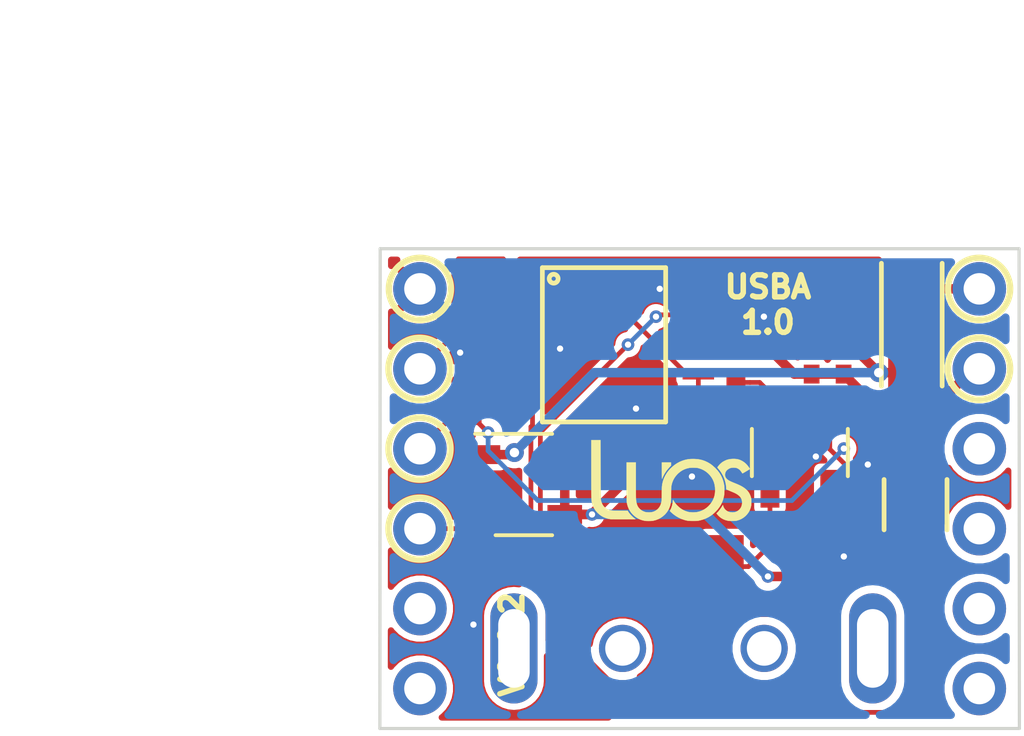
<source format=kicad_pcb>
(kicad_pcb (version 20171130) (host pcbnew "(5.0.1-3-g963ef8bb5)")

  (general
    (thickness 1.6)
    (drawings 13)
    (tracks 146)
    (zones 0)
    (modules 20)
    (nets 30)
  )

  (page A4)
  (layers
    (0 F.Cu signal)
    (31 B.Cu signal)
    (32 B.Adhes user hide)
    (33 F.Adhes user hide)
    (34 B.Paste user hide)
    (35 F.Paste user hide)
    (36 B.SilkS user hide)
    (37 F.SilkS user)
    (38 B.Mask user hide)
    (39 F.Mask user hide)
    (40 Dwgs.User user hide)
    (41 Cmts.User user hide)
    (42 Eco1.User user hide)
    (43 Eco2.User user hide)
    (44 Edge.Cuts user)
    (45 Margin user hide)
    (46 B.CrtYd user hide)
    (47 F.CrtYd user hide)
    (48 B.Fab user hide)
    (49 F.Fab user)
  )

  (setup
    (last_trace_width 0.15)
    (user_trace_width 0.15)
    (user_trace_width 0.3)
    (trace_clearance 0.15)
    (zone_clearance 0.2)
    (zone_45_only yes)
    (trace_min 0.15)
    (segment_width 0.2)
    (edge_width 0.15)
    (via_size 0.4)
    (via_drill 0.2)
    (via_min_size 0.4)
    (via_min_drill 0.2)
    (user_via 0.6 0.3)
    (uvia_size 0.3)
    (uvia_drill 0.1)
    (uvias_allowed no)
    (uvia_min_size 0.2)
    (uvia_min_drill 0.1)
    (pcb_text_width 0.3)
    (pcb_text_size 1.5 1.5)
    (mod_edge_width 0.15)
    (mod_text_size 1 1)
    (mod_text_width 0.15)
    (pad_size 1.524 1.524)
    (pad_drill 0.762)
    (pad_to_mask_clearance 0)
    (solder_mask_min_width 0.25)
    (aux_axis_origin 0 0)
    (grid_origin 82.85 106.05)
    (visible_elements 7FFFFF7F)
    (pcbplotparams
      (layerselection 0x3d0ef_ffffffff)
      (usegerberextensions false)
      (usegerberattributes false)
      (usegerberadvancedattributes false)
      (creategerberjobfile false)
      (excludeedgelayer true)
      (linewidth 0.100000)
      (plotframeref false)
      (viasonmask false)
      (mode 1)
      (useauxorigin false)
      (hpglpennumber 1)
      (hpglpenspeed 20)
      (hpglpendiameter 15.000000)
      (psnegative false)
      (psa4output false)
      (plotreference true)
      (plotvalue true)
      (plotinvisibletext false)
      (padsonsilk false)
      (subtractmaskfromsilk false)
      (outputformat 1)
      (mirror false)
      (drillshape 0)
      (scaleselection 1)
      (outputdirectory "gerber/assembly/"))
  )

  (net 0 "")
  (net 1 /TxD)
  (net 2 "Net-(U1-Pad2)")
  (net 3 "Net-(C3-Pad1)")
  (net 4 /RxD)
  (net 5 GND)
  (net 6 "Net-(U1-Pad6)")
  (net 7 /Rx_LED)
  (net 8 "Net-(R1-Pad1)")
  (net 9 "Net-(R2-Pad1)")
  (net 10 +3V3)
  (net 11 /Tx_LED)
  (net 12 "Net-(R3-Pad1)")
  (net 13 "Net-(U1-Pad16)")
  (net 14 /Vin)
  (net 15 VBUS)
  (net 16 "Net-(C1-Pad1)")
  (net 17 "Net-(C2-Pad1)")
  (net 18 "Net-(D1-Pad1)")
  (net 19 "Net-(D1-Pad3)")
  (net 20 "Net-(J2-Pad4)")
  (net 21 "Net-(J2-Pad2)")
  (net 22 "Net-(J2-Pad1)")
  (net 23 "Net-(J2-Pad11)")
  (net 24 "Net-(J2-Pad3)")
  (net 25 "Net-(J2-Pad10)")
  (net 26 "Net-(J2-Pad12)")
  (net 27 "Net-(J1-Pad2)")
  (net 28 "Net-(J1-Pad3)")
  (net 29 +5V)

  (net_class Default "Ceci est la Netclass par défaut."
    (clearance 0.15)
    (trace_width 0.15)
    (via_dia 0.4)
    (via_drill 0.2)
    (uvia_dia 0.3)
    (uvia_drill 0.1)
    (add_net +3V3)
    (add_net /RxD)
    (add_net /Rx_LED)
    (add_net /TxD)
    (add_net /Tx_LED)
    (add_net GND)
    (add_net "Net-(C1-Pad1)")
    (add_net "Net-(C2-Pad1)")
    (add_net "Net-(C3-Pad1)")
    (add_net "Net-(D1-Pad1)")
    (add_net "Net-(D1-Pad3)")
    (add_net "Net-(J1-Pad2)")
    (add_net "Net-(J1-Pad3)")
    (add_net "Net-(J2-Pad1)")
    (add_net "Net-(J2-Pad10)")
    (add_net "Net-(J2-Pad11)")
    (add_net "Net-(J2-Pad12)")
    (add_net "Net-(J2-Pad2)")
    (add_net "Net-(J2-Pad3)")
    (add_net "Net-(J2-Pad4)")
    (add_net "Net-(R1-Pad1)")
    (add_net "Net-(R2-Pad1)")
    (add_net "Net-(R3-Pad1)")
    (add_net "Net-(U1-Pad16)")
    (add_net "Net-(U1-Pad2)")
    (add_net "Net-(U1-Pad6)")
  )

  (net_class Alim ""
    (clearance 0.15)
    (trace_width 0.3)
    (via_dia 0.4)
    (via_drill 0.2)
    (uvia_dia 0.3)
    (uvia_drill 0.1)
    (add_net +5V)
    (add_net /Vin)
    (add_net VBUS)
  )

  (module Common_Footprint:USBA_SMD (layer F.Cu) (tedit 602BF4CA) (tstamp 5FDCA204)
    (at 92.8 118.75)
    (path /5A549B9F)
    (fp_text reference J1 (at 0.875 0) (layer F.Fab)
      (effects (font (size 1 1) (thickness 0.15)))
    )
    (fp_text value USB_A (at 0 0) (layer F.Fab)
      (effects (font (size 1 1) (thickness 0.15)))
    )
    (fp_line (start -6 2.75) (end 6 2.75) (layer F.Fab) (width 0.1))
    (pad "" np_thru_hole circle (at -2.25 0) (size 1.5 1.5) (drill 1.1) (layers *.Cu *.Mask))
    (pad "" np_thru_hole circle (at 2.25 0) (size 1.5 1.5) (drill 1.1) (layers *.Cu *.Mask))
    (pad "" np_thru_hole oval (at -5.7 0) (size 1.5 3.5) (drill oval 1 2.5) (layers *.Cu *.Mask))
    (pad "" np_thru_hole oval (at 5.7 0) (size 1.5 3.5) (drill oval 1 2.5) (layers *.Cu *.Mask))
    (pad 1 smd rect (at 3.5 -2.6) (size 1.2 2) (layers F.Cu F.Paste F.Mask)
      (net 29 +5V))
    (pad 2 smd rect (at 1 -2.6) (size 1.2 2) (layers F.Cu F.Paste F.Mask)
      (net 27 "Net-(J1-Pad2)"))
    (pad 3 smd rect (at -1 -2.6) (size 1.2 2) (layers F.Cu F.Paste F.Mask)
      (net 28 "Net-(J1-Pad3)"))
    (pad 4 smd rect (at -3.5 -2.6) (size 1.2 2) (layers F.Cu F.Paste F.Mask)
      (net 5 GND))
    (model /Users/nicolasrabault/Documents/luos/examples/projects/0_electronics_basis/00_Common_Libraries/Common_Mecanic/USBA_480371000.step
      (offset (xyz 0 -8.4 0))
      (scale (xyz 1 1 1))
      (rotate (xyz -90 0 0))
    )
  )

  (module Common_Footprint:SOT23-6L (layer F.Cu) (tedit 5C6D62BF) (tstamp 5FDCB0A8)
    (at 96.185 112.527)
    (path /5AB6C3C7)
    (fp_text reference U3 (at -0.0185 -0.033) (layer F.Fab)
      (effects (font (size 0.5 0.5) (thickness 0.125)))
    )
    (fp_text value USBLC6-2SC6 (at 0 4.572) (layer F.Fab) hide
      (effects (font (size 1 1) (thickness 0.15)))
    )
    (fp_circle (center -1.143 0.4445) (end -0.9525 0.508) (layer F.Fab) (width 0.1))
    (fp_line (start 1.524 0.889) (end 1.524 -0.8255) (layer F.Fab) (width 0.1))
    (fp_line (start -1.524 0.889) (end 1.524 0.889) (layer F.Fab) (width 0.1))
    (fp_line (start -1.524 -0.8255) (end -1.524 0.889) (layer F.Fab) (width 0.1))
    (fp_line (start 1.524 -0.8255) (end -1.524 -0.8255) (layer F.Fab) (width 0.1))
    (fp_line (start -1.525 0.75) (end -1.525 -0.75) (layer F.SilkS) (width 0.125))
    (fp_line (start 1.525 -0.75) (end 1.525 0.75) (layer F.SilkS) (width 0.125))
    (pad 4 smd rect (at 0.95 -1.15 180) (size 0.6 1.2) (layers F.Cu F.Paste F.Mask)
      (net 17 "Net-(C2-Pad1)"))
    (pad 5 smd rect (at 0 -1.15 180) (size 0.6 1.2) (layers F.Cu F.Paste F.Mask)
      (net 29 +5V))
    (pad 6 smd rect (at -0.95 -1.15 180) (size 0.6 1.2) (layers F.Cu F.Paste F.Mask)
      (net 16 "Net-(C1-Pad1)"))
    (pad 3 smd rect (at 0.95 1.15) (size 0.6 1.2) (layers F.Cu F.Paste F.Mask)
      (net 28 "Net-(J1-Pad3)"))
    (pad 2 smd rect (at 0 1.15) (size 0.6 1.2) (layers F.Cu F.Paste F.Mask)
      (net 5 GND))
    (pad 1 smd rect (at -0.95 1.15) (size 0.6 1.2) (layers F.Cu F.Paste F.Mask)
      (net 27 "Net-(J1-Pad2)"))
    (model ${KISYS3DMOD}/SOT-23-6.step
      (at (xyz 0 0 0))
      (scale (xyz 1 1 1))
      (rotate (xyz 0 0 90))
    )
  )

  (module Common_Footprint:SSOP-16 (layer F.Cu) (tedit 5C6D6279) (tstamp 5AB3A8F0)
    (at 89.962 109.103)
    (path /5A549A22)
    (attr smd)
    (fp_text reference U1 (at 0.088 0.047 180) (layer F.Fab)
      (effects (font (size 0.5 0.5) (thickness 0.125)))
    )
    (fp_text value FT230X (at 0 -3.3) (layer F.Fab) hide
      (effects (font (size 1 1) (thickness 0.15)))
    )
    (fp_circle (center -1.5875 -2.0955) (end -1.4605 -1.9685) (layer F.Fab) (width 0.1))
    (fp_line (start -1.9685 2.4765) (end -1.9685 -2.4765) (layer F.Fab) (width 0.1))
    (fp_line (start 1.9685 2.4765) (end -1.9685 2.4765) (layer F.Fab) (width 0.1))
    (fp_line (start 1.9685 -2.4765) (end 1.9685 2.4765) (layer F.Fab) (width 0.1))
    (fp_line (start -1.9685 -2.4765) (end 1.9685 -2.4765) (layer F.Fab) (width 0.1))
    (fp_circle (center -1.6 -2.1) (end -1.5 -2) (layer F.SilkS) (width 0.15))
    (fp_line (start -1.9588 -2.4511) (end -1.9588 2.4511) (layer F.SilkS) (width 0.15))
    (fp_line (start 1.9588 -2.4511) (end -1.9588 -2.4511) (layer F.SilkS) (width 0.15))
    (fp_line (start 1.9588 2.4511) (end 1.9588 -2.4511) (layer F.SilkS) (width 0.15))
    (fp_line (start -1.9588 2.4511) (end 1.9588 2.4511) (layer F.SilkS) (width 0.15))
    (pad 16 smd rect (at 2.9972 -2.2225) (size 1 0.3) (layers F.Cu F.Paste F.Mask)
      (net 13 "Net-(U1-Pad16)"))
    (pad 15 smd rect (at 2.9972 -1.5875) (size 1 0.3) (layers F.Cu F.Paste F.Mask)
      (net 12 "Net-(R3-Pad1)"))
    (pad 14 smd rect (at 2.9972 -0.9525) (size 1 0.3) (layers F.Cu F.Paste F.Mask)
      (net 11 /Tx_LED))
    (pad 13 smd rect (at 2.9972 -0.3175) (size 1 0.3) (layers F.Cu F.Paste F.Mask)
      (net 5 GND))
    (pad 12 smd rect (at 2.9972 0.3175) (size 1 0.3) (layers F.Cu F.Paste F.Mask)
      (net 10 +3V3))
    (pad 11 smd rect (at 2.9972 0.9525) (size 1 0.3) (layers F.Cu F.Paste F.Mask)
      (net 3 "Net-(C3-Pad1)"))
    (pad 10 smd rect (at 2.9972 1.5875) (size 1 0.3) (layers F.Cu F.Paste F.Mask)
      (net 3 "Net-(C3-Pad1)"))
    (pad 9 smd rect (at 2.9972 2.2225) (size 1 0.3) (layers F.Cu F.Paste F.Mask)
      (net 9 "Net-(R2-Pad1)"))
    (pad 8 smd rect (at -2.9972 2.2225) (size 1 0.3) (layers F.Cu F.Paste F.Mask)
      (net 8 "Net-(R1-Pad1)"))
    (pad 7 smd rect (at -2.9972 1.5875) (size 1 0.3) (layers F.Cu F.Paste F.Mask)
      (net 7 /Rx_LED))
    (pad 6 smd rect (at -2.9972 0.9525) (size 1 0.3) (layers F.Cu F.Paste F.Mask)
      (net 6 "Net-(U1-Pad6)"))
    (pad 5 smd rect (at -2.9972 0.3175) (size 1 0.3) (layers F.Cu F.Paste F.Mask)
      (net 5 GND))
    (pad 4 smd rect (at -2.9972 -0.3175) (size 1 0.3) (layers F.Cu F.Paste F.Mask)
      (net 4 /RxD))
    (pad 3 smd rect (at -2.9972 -0.9525) (size 1 0.3) (layers F.Cu F.Paste F.Mask)
      (net 3 "Net-(C3-Pad1)"))
    (pad 2 smd rect (at -2.9972 -1.5875) (size 1 0.3) (layers F.Cu F.Paste F.Mask)
      (net 2 "Net-(U1-Pad2)"))
    (pad 1 smd rect (at -2.9972 -2.2225) (size 1 0.3) (layers F.Cu F.Paste F.Mask)
      (net 1 /TxD))
    (model ${KISYS3DMOD}/SSOP16.step
      (at (xyz 0 0 0))
      (scale (xyz 1 1 1))
      (rotate (xyz -90 0 90))
    )
  )

  (module Common_Footprint:PowerDI-123 (layer F.Cu) (tedit 5C6D6238) (tstamp 5AA00D44)
    (at 99.741 108.463 90)
    (path /5AB3D171)
    (fp_text reference D2 (at 1.148 0.0075 180) (layer F.Fab)
      (effects (font (size 0.5 0.5) (thickness 0.125)))
    )
    (fp_text value DFLS230L-7 (at 0 -1.75 90) (layer F.Fab) hide
      (effects (font (size 1 1) (thickness 0.15)))
    )
    (fp_line (start 0.254 -0.508) (end 0.254 0.5715) (layer F.Fab) (width 0.1))
    (fp_line (start 0.254 0) (end -0.8255 -0.508) (layer F.Fab) (width 0.1))
    (fp_line (start -0.8255 0.5715) (end 0.254 0) (layer F.Fab) (width 0.1))
    (fp_line (start -0.8255 -0.508) (end -0.8255 0.5715) (layer F.Fab) (width 0.1))
    (fp_line (start -1.7145 0.8255) (end -1.7145 -0.8255) (layer F.Fab) (width 0.1))
    (fp_line (start 1.7145 0.8255) (end -1.7145 0.8255) (layer F.Fab) (width 0.1))
    (fp_line (start 1.7145 -0.8255) (end 1.7145 0.8255) (layer F.Fab) (width 0.1))
    (fp_line (start -1.7145 -0.8255) (end 1.7145 -0.8255) (layer F.Fab) (width 0.1))
    (fp_line (start -1.95 -0.965) (end 1.95 -0.965) (layer F.SilkS) (width 0.15))
    (fp_line (start -1.95 0.965) (end 1.95 0.965) (layer F.SilkS) (width 0.15))
    (pad 1 smd rect (at 0.85 0 90) (size 2.41 1.5) (layers F.Cu F.Paste F.Mask)
      (net 14 /Vin))
    (pad 2 smd rect (at -1.525 0 90) (size 1.05 1.5) (layers F.Cu F.Paste F.Mask)
      (net 15 VBUS))
    (model ${KISYS3DMOD}/PowerDI123.stp
      (offset (xyz 0 0.9099999863331713 0.4999999924907534))
      (scale (xyz 1 1 1))
      (rotate (xyz 0 90 180))
    )
  )

  (module Common_Footprint:KPTB-1615ESGC (layer F.Cu) (tedit 5C6D6199) (tstamp 5AA00D69)
    (at 99.8605 114.183 90)
    (path /5A55DC30)
    (fp_text reference D1 (at 1.148 0.0075 180) (layer F.Fab)
      (effects (font (size 0.5 0.5) (thickness 0.125)))
    )
    (fp_text value KPTB-1615ESGC (at 0 -1.65 90) (layer F.Fab) hide
      (effects (font (size 1 1) (thickness 0.15)))
    )
    (fp_circle (center 0.4445 -0.508) (end 0.4445 -0.381) (layer F.Fab) (width 0.1))
    (fp_line (start -0.254 0.254) (end -0.254 0.635) (layer F.Fab) (width 0.1))
    (fp_line (start -0.1905 0.4445) (end 0.127 0.254) (layer F.Fab) (width 0.1))
    (fp_line (start 0.127 0.635) (end -0.1905 0.4445) (layer F.Fab) (width 0.1))
    (fp_line (start 0.127 0.254) (end 0.127 0.635) (layer F.Fab) (width 0.1))
    (fp_line (start -0.254 -0.635) (end -0.254 -0.254) (layer F.Fab) (width 0.1))
    (fp_line (start -0.1905 -0.4445) (end 0.127 -0.635) (layer F.Fab) (width 0.1))
    (fp_line (start 0.127 -0.254) (end -0.1905 -0.4445) (layer F.Fab) (width 0.1))
    (fp_line (start 0.127 -0.635) (end 0.127 -0.254) (layer F.Fab) (width 0.1))
    (fp_line (start -0.6985 0.762) (end -0.6985 -0.762) (layer F.Fab) (width 0.1))
    (fp_line (start 0.6985 0.762) (end -0.6985 0.762) (layer F.Fab) (width 0.1))
    (fp_line (start 0.6985 -0.762) (end 0.6985 0.762) (layer F.Fab) (width 0.1))
    (fp_line (start -0.6985 -0.762) (end 0.6985 -0.762) (layer F.Fab) (width 0.1))
    (fp_line (start 0.8 -1) (end -0.8 -1) (layer F.SilkS) (width 0.15))
    (fp_line (start 0.8 1) (end -0.8 1) (layer F.SilkS) (width 0.15))
    (pad 1 smd rect (at 0.875 -0.5 90) (size 0.85 0.5) (layers F.Cu F.Paste F.Mask)
      (net 18 "Net-(D1-Pad1)"))
    (pad 2 smd rect (at -0.875 -0.5 90) (size 0.85 0.5) (layers F.Cu F.Paste F.Mask)
      (net 11 /Tx_LED))
    (pad 3 smd rect (at 0.875 0.5 90) (size 0.85 0.5) (layers F.Cu F.Paste F.Mask)
      (net 19 "Net-(D1-Pad3)"))
    (pad 4 smd rect (at -0.875 0.5 90) (size 0.85 0.5) (layers F.Cu F.Paste F.Mask)
      (net 7 /Rx_LED))
    (model ${KISYS3DMOD}/APTB1615.STEP
      (offset (xyz 0 0 0.1))
      (scale (xyz 1 1 1))
      (rotate (xyz -90 0 0))
    )
  )

  (module Common_Footprint:l0_Shield_Socket locked (layer F.Cu) (tedit 5C657850) (tstamp 5AA013B6)
    (at 93 113.675)
    (path /5AA017D3)
    (fp_text reference J2 (at 0 0.5) (layer F.SilkS) hide
      (effects (font (size 1 1) (thickness 0.15)))
    )
    (fp_text value l0_Shield_Socket (at 0 -0.5) (layer F.Fab) hide
      (effects (font (size 1 1) (thickness 0.15)))
    )
    (fp_line (start -10.15 -7.625) (end -10.16 7.62) (layer Edge.Cuts) (width 0.1))
    (fp_line (start -10.15 -7.625) (end 10.15 -7.625) (layer Edge.Cuts) (width 0.1))
    (fp_line (start -10.16 7.62) (end 10.16 7.62) (layer Edge.Cuts) (width 0.1))
    (fp_line (start 10.15 -7.625) (end 10.16 7.62) (layer Edge.Cuts) (width 0.1))
    (pad 5 thru_hole circle (at 8.8875 -3.81 270) (size 1.7 1.7) (drill 1) (layers *.Cu *.Mask)
      (net 10 +3V3))
    (pad 6 thru_hole circle (at 8.8875 -6.35 270) (size 1.7 1.7) (drill 1) (layers *.Cu *.Mask)
      (net 14 /Vin))
    (pad 2 thru_hole circle (at 8.8875 3.81 270) (size 1.7 1.7) (drill 1) (layers *.Cu *.Mask)
      (net 21 "Net-(J2-Pad2)"))
    (pad 4 thru_hole circle (at 8.8875 -1.27 270) (size 1.7 1.7) (drill 1) (layers *.Cu *.Mask)
      (net 20 "Net-(J2-Pad4)"))
    (pad 1 thru_hole circle (at 8.8875 6.35 270) (size 1.7 1.7) (drill 1) (layers *.Cu *.Mask)
      (net 22 "Net-(J2-Pad1)"))
    (pad 7 thru_hole circle (at -8.8875 -6.35 270) (size 1.7 1.7) (drill 1) (layers *.Cu *.Mask)
      (net 5 GND))
    (pad 11 thru_hole circle (at -8.8875 3.81 270) (size 1.7 1.7) (drill 1) (layers *.Cu *.Mask)
      (net 23 "Net-(J2-Pad11)"))
    (pad 9 thru_hole circle (at -8.8875 -1.27 270) (size 1.7 1.7) (drill 1) (layers *.Cu *.Mask)
      (net 4 /RxD))
    (pad 3 thru_hole circle (at 8.8875 1.27 270) (size 1.7 1.7) (drill 1) (layers *.Cu *.Mask)
      (net 24 "Net-(J2-Pad3)"))
    (pad 10 thru_hole circle (at -8.8875 1.27 270) (size 1.7 1.7) (drill 1) (layers *.Cu *.Mask)
      (net 25 "Net-(J2-Pad10)"))
    (pad 12 thru_hole circle (at -8.8875 6.35 270) (size 1.7 1.7) (drill 1) (layers *.Cu *.Mask)
      (net 26 "Net-(J2-Pad12)"))
    (pad 8 thru_hole circle (at -8.8875 -3.81 270) (size 1.7 1.7) (drill 1) (layers *.Cu *.Mask)
      (net 1 /TxD))
  )

  (module Common_Footprint:C_0402_NoSilk (layer F.Cu) (tedit 5E8B679F) (tstamp 5FDCAF9C)
    (at 98.344 111.638 270)
    (descr "Capacitor SMD 0402, reflow soldering, AVX (see smccp.pdf)")
    (tags "capacitor 0402")
    (path /5A54DA0A)
    (attr smd)
    (fp_text reference C6 (at 0 -1.27 270) (layer F.SilkS) hide
      (effects (font (size 1 1) (thickness 0.15)))
    )
    (fp_text value 4.7uF (at 0 1.27 270) (layer F.Fab) hide
      (effects (font (size 1 1) (thickness 0.15)))
    )
    (fp_text user %R (at -0.01 0.01 270) (layer F.Fab)
      (effects (font (size 0.3 0.3) (thickness 0.075)))
    )
    (fp_line (start -0.5 0.25) (end -0.5 -0.25) (layer F.Fab) (width 0.1))
    (fp_line (start 0.5 0.25) (end -0.5 0.25) (layer F.Fab) (width 0.1))
    (fp_line (start 0.5 -0.25) (end 0.5 0.25) (layer F.Fab) (width 0.1))
    (fp_line (start -0.5 -0.25) (end 0.5 -0.25) (layer F.Fab) (width 0.1))
    (fp_line (start -1 -0.4) (end 1 -0.4) (layer F.CrtYd) (width 0.05))
    (fp_line (start -1 -0.4) (end -1 0.4) (layer F.CrtYd) (width 0.05))
    (fp_line (start 1 0.4) (end 1 -0.4) (layer F.CrtYd) (width 0.05))
    (fp_line (start 1 0.4) (end -1 0.4) (layer F.CrtYd) (width 0.05))
    (pad 1 smd rect (at -0.55 0 270) (size 0.6 0.5) (layers F.Cu F.Paste F.Mask)
      (net 10 +3V3))
    (pad 2 smd rect (at 0.55 0 270) (size 0.6 0.5) (layers F.Cu F.Paste F.Mask)
      (net 5 GND))
    (model "${KISYS3DMOD}/0402 SMD Capacitor.step"
      (at (xyz 0 0 0))
      (scale (xyz 1 1 1))
      (rotate (xyz -90 0 0))
    )
  )

  (module Common_Footprint:C_0402_NoSilk (layer F.Cu) (tedit 5E8B679F) (tstamp 5AB3E681)
    (at 97.5745 109.484 90)
    (descr "Capacitor SMD 0402, reflow soldering, AVX (see smccp.pdf)")
    (tags "capacitor 0402")
    (path /5A54D9DE)
    (attr smd)
    (fp_text reference C5 (at 0 -1.27 90) (layer F.SilkS) hide
      (effects (font (size 1 1) (thickness 0.15)))
    )
    (fp_text value 100nF (at 0 1.27 90) (layer F.Fab) hide
      (effects (font (size 1 1) (thickness 0.15)))
    )
    (fp_text user %R (at -0.01 0.01 90) (layer F.Fab)
      (effects (font (size 0.3 0.3) (thickness 0.075)))
    )
    (fp_line (start -0.5 0.25) (end -0.5 -0.25) (layer F.Fab) (width 0.1))
    (fp_line (start 0.5 0.25) (end -0.5 0.25) (layer F.Fab) (width 0.1))
    (fp_line (start 0.5 -0.25) (end 0.5 0.25) (layer F.Fab) (width 0.1))
    (fp_line (start -0.5 -0.25) (end 0.5 -0.25) (layer F.Fab) (width 0.1))
    (fp_line (start -1 -0.4) (end 1 -0.4) (layer F.CrtYd) (width 0.05))
    (fp_line (start -1 -0.4) (end -1 0.4) (layer F.CrtYd) (width 0.05))
    (fp_line (start 1 0.4) (end 1 -0.4) (layer F.CrtYd) (width 0.05))
    (fp_line (start 1 0.4) (end -1 0.4) (layer F.CrtYd) (width 0.05))
    (pad 1 smd rect (at -0.55 0 90) (size 0.6 0.5) (layers F.Cu F.Paste F.Mask)
      (net 10 +3V3))
    (pad 2 smd rect (at 0.55 0 90) (size 0.6 0.5) (layers F.Cu F.Paste F.Mask)
      (net 5 GND))
    (model "${KISYS3DMOD}/0402 SMD Capacitor.step"
      (at (xyz 0 0 0))
      (scale (xyz 1 1 1))
      (rotate (xyz -90 0 0))
    )
  )

  (module Common_Footprint:C_0402_NoSilk (layer F.Cu) (tedit 5E8B679F) (tstamp 5AB3E673)
    (at 96.5585 109.484 90)
    (descr "Capacitor SMD 0402, reflow soldering, AVX (see smccp.pdf)")
    (tags "capacitor 0402")
    (path /5A54D99A)
    (attr smd)
    (fp_text reference C4 (at 0 -1.27 90) (layer F.SilkS) hide
      (effects (font (size 1 1) (thickness 0.15)))
    )
    (fp_text value 100nF (at 0 1.27 90) (layer F.Fab) hide
      (effects (font (size 1 1) (thickness 0.15)))
    )
    (fp_text user %R (at -0.01 0.01 90) (layer F.Fab)
      (effects (font (size 0.3 0.3) (thickness 0.075)))
    )
    (fp_line (start -0.5 0.25) (end -0.5 -0.25) (layer F.Fab) (width 0.1))
    (fp_line (start 0.5 0.25) (end -0.5 0.25) (layer F.Fab) (width 0.1))
    (fp_line (start 0.5 -0.25) (end 0.5 0.25) (layer F.Fab) (width 0.1))
    (fp_line (start -0.5 -0.25) (end 0.5 -0.25) (layer F.Fab) (width 0.1))
    (fp_line (start -1 -0.4) (end 1 -0.4) (layer F.CrtYd) (width 0.05))
    (fp_line (start -1 -0.4) (end -1 0.4) (layer F.CrtYd) (width 0.05))
    (fp_line (start 1 0.4) (end 1 -0.4) (layer F.CrtYd) (width 0.05))
    (fp_line (start 1 0.4) (end -1 0.4) (layer F.CrtYd) (width 0.05))
    (pad 1 smd rect (at -0.55 0 90) (size 0.6 0.5) (layers F.Cu F.Paste F.Mask)
      (net 10 +3V3))
    (pad 2 smd rect (at 0.55 0 90) (size 0.6 0.5) (layers F.Cu F.Paste F.Mask)
      (net 5 GND))
    (model "${KISYS3DMOD}/0402 SMD Capacitor.step"
      (at (xyz 0 0 0))
      (scale (xyz 1 1 1))
      (rotate (xyz -90 0 0))
    )
  )

  (module Common_Footprint:C_0402_NoSilk (layer F.Cu) (tedit 5E8B679F) (tstamp 5FDCADC0)
    (at 85.771 107.955 270)
    (descr "Capacitor SMD 0402, reflow soldering, AVX (see smccp.pdf)")
    (tags "capacitor 0402")
    (path /5A54CD75)
    (attr smd)
    (fp_text reference C3 (at 0 -1.27 270) (layer F.SilkS) hide
      (effects (font (size 1 1) (thickness 0.15)))
    )
    (fp_text value 100nF (at 0 1.27 270) (layer F.Fab) hide
      (effects (font (size 1 1) (thickness 0.15)))
    )
    (fp_text user %R (at -0.01 0.01 270) (layer F.Fab)
      (effects (font (size 0.3 0.3) (thickness 0.075)))
    )
    (fp_line (start -0.5 0.25) (end -0.5 -0.25) (layer F.Fab) (width 0.1))
    (fp_line (start 0.5 0.25) (end -0.5 0.25) (layer F.Fab) (width 0.1))
    (fp_line (start 0.5 -0.25) (end 0.5 0.25) (layer F.Fab) (width 0.1))
    (fp_line (start -0.5 -0.25) (end 0.5 -0.25) (layer F.Fab) (width 0.1))
    (fp_line (start -1 -0.4) (end 1 -0.4) (layer F.CrtYd) (width 0.05))
    (fp_line (start -1 -0.4) (end -1 0.4) (layer F.CrtYd) (width 0.05))
    (fp_line (start 1 0.4) (end 1 -0.4) (layer F.CrtYd) (width 0.05))
    (fp_line (start 1 0.4) (end -1 0.4) (layer F.CrtYd) (width 0.05))
    (pad 1 smd rect (at -0.55 0 270) (size 0.6 0.5) (layers F.Cu F.Paste F.Mask)
      (net 3 "Net-(C3-Pad1)"))
    (pad 2 smd rect (at 0.55 0 270) (size 0.6 0.5) (layers F.Cu F.Paste F.Mask)
      (net 5 GND))
    (model "${KISYS3DMOD}/0402 SMD Capacitor.step"
      (at (xyz 0 0 0))
      (scale (xyz 1 1 1))
      (rotate (xyz -90 0 0))
    )
  )

  (module Common_Footprint:C_0402_NoSilk (layer F.Cu) (tedit 5E8B679F) (tstamp 5AB3E657)
    (at 98.344 114.178 270)
    (descr "Capacitor SMD 0402, reflow soldering, AVX (see smccp.pdf)")
    (tags "capacitor 0402")
    (path /5A54BCBE)
    (attr smd)
    (fp_text reference C2 (at 0 -1.27 270) (layer F.SilkS) hide
      (effects (font (size 1 1) (thickness 0.15)))
    )
    (fp_text value 47pF (at 0 1.27 270) (layer F.Fab) hide
      (effects (font (size 1 1) (thickness 0.15)))
    )
    (fp_text user %R (at -0.01 0.01 270) (layer F.Fab)
      (effects (font (size 0.3 0.3) (thickness 0.075)))
    )
    (fp_line (start -0.5 0.25) (end -0.5 -0.25) (layer F.Fab) (width 0.1))
    (fp_line (start 0.5 0.25) (end -0.5 0.25) (layer F.Fab) (width 0.1))
    (fp_line (start 0.5 -0.25) (end 0.5 0.25) (layer F.Fab) (width 0.1))
    (fp_line (start -0.5 -0.25) (end 0.5 -0.25) (layer F.Fab) (width 0.1))
    (fp_line (start -1 -0.4) (end 1 -0.4) (layer F.CrtYd) (width 0.05))
    (fp_line (start -1 -0.4) (end -1 0.4) (layer F.CrtYd) (width 0.05))
    (fp_line (start 1 0.4) (end 1 -0.4) (layer F.CrtYd) (width 0.05))
    (fp_line (start 1 0.4) (end -1 0.4) (layer F.CrtYd) (width 0.05))
    (pad 1 smd rect (at -0.55 0 270) (size 0.6 0.5) (layers F.Cu F.Paste F.Mask)
      (net 17 "Net-(C2-Pad1)"))
    (pad 2 smd rect (at 0.55 0 270) (size 0.6 0.5) (layers F.Cu F.Paste F.Mask)
      (net 5 GND))
    (model "${KISYS3DMOD}/0402 SMD Capacitor.step"
      (at (xyz 0 0 0))
      (scale (xyz 1 1 1))
      (rotate (xyz -90 0 0))
    )
  )

  (module Common_Footprint:C_0402_NoSilk (layer F.Cu) (tedit 5E8B679F) (tstamp 5AB3E649)
    (at 93.264 112.146 180)
    (descr "Capacitor SMD 0402, reflow soldering, AVX (see smccp.pdf)")
    (tags "capacitor 0402")
    (path /5A54AC60)
    (attr smd)
    (fp_text reference C1 (at 0 -1.27 180) (layer F.SilkS) hide
      (effects (font (size 1 1) (thickness 0.15)))
    )
    (fp_text value 47pF (at 0 1.27 180) (layer F.Fab) hide
      (effects (font (size 1 1) (thickness 0.15)))
    )
    (fp_text user %R (at -0.01 0.01 180) (layer F.Fab)
      (effects (font (size 0.3 0.3) (thickness 0.075)))
    )
    (fp_line (start -0.5 0.25) (end -0.5 -0.25) (layer F.Fab) (width 0.1))
    (fp_line (start 0.5 0.25) (end -0.5 0.25) (layer F.Fab) (width 0.1))
    (fp_line (start 0.5 -0.25) (end 0.5 0.25) (layer F.Fab) (width 0.1))
    (fp_line (start -0.5 -0.25) (end 0.5 -0.25) (layer F.Fab) (width 0.1))
    (fp_line (start -1 -0.4) (end 1 -0.4) (layer F.CrtYd) (width 0.05))
    (fp_line (start -1 -0.4) (end -1 0.4) (layer F.CrtYd) (width 0.05))
    (fp_line (start 1 0.4) (end 1 -0.4) (layer F.CrtYd) (width 0.05))
    (fp_line (start 1 0.4) (end -1 0.4) (layer F.CrtYd) (width 0.05))
    (pad 1 smd rect (at -0.55 0 180) (size 0.6 0.5) (layers F.Cu F.Paste F.Mask)
      (net 16 "Net-(C1-Pad1)"))
    (pad 2 smd rect (at 0.55 0 180) (size 0.6 0.5) (layers F.Cu F.Paste F.Mask)
      (net 5 GND))
    (model "${KISYS3DMOD}/0402 SMD Capacitor.step"
      (at (xyz 0 0 0))
      (scale (xyz 1 1 1))
      (rotate (xyz -90 0 0))
    )
  )

  (module Common_Footprint:R_0402_NoSilk (layer F.Cu) (tedit 5E8B6747) (tstamp 5AB3E5FD)
    (at 100.3685 111.643 270)
    (descr "Resistor SMD 0402, reflow soldering, Vishay (see dcrcw.pdf)")
    (tags "resistor 0402")
    (path /5A55E07F)
    (attr smd)
    (fp_text reference R6 (at 0 -1.2 270) (layer F.Fab) hide
      (effects (font (size 1 1) (thickness 0.15)))
    )
    (fp_text value 56 (at 0 1.25 270) (layer F.Fab) hide
      (effects (font (size 1 1) (thickness 0.15)))
    )
    (fp_line (start 0.8 0.45) (end -0.8 0.45) (layer F.CrtYd) (width 0.05))
    (fp_line (start 0.8 0.45) (end 0.8 -0.45) (layer F.CrtYd) (width 0.05))
    (fp_line (start -0.8 -0.45) (end -0.8 0.45) (layer F.CrtYd) (width 0.05))
    (fp_line (start -0.8 -0.45) (end 0.8 -0.45) (layer F.CrtYd) (width 0.05))
    (fp_line (start -0.5 -0.25) (end 0.5 -0.25) (layer F.Fab) (width 0.1))
    (fp_line (start 0.5 -0.25) (end 0.5 0.25) (layer F.Fab) (width 0.1))
    (fp_line (start 0.5 0.25) (end -0.5 0.25) (layer F.Fab) (width 0.1))
    (fp_line (start -0.5 0.25) (end -0.5 -0.25) (layer F.Fab) (width 0.1))
    (pad 2 smd rect (at 0.45 0 270) (size 0.4 0.6) (layers F.Cu F.Paste F.Mask)
      (net 19 "Net-(D1-Pad3)"))
    (pad 1 smd rect (at -0.45 0 270) (size 0.4 0.6) (layers F.Cu F.Paste F.Mask)
      (net 10 +3V3))
    (model "${KISYS3DMOD}/0402 SMD Resistor.step"
      (at (xyz 0 0 0))
      (scale (xyz 1 1 1))
      (rotate (xyz 0 0 90))
    )
  )

  (module Common_Footprint:R_0402_NoSilk (layer F.Cu) (tedit 5E8B6747) (tstamp 5AB3E5EF)
    (at 99.3525 111.643 270)
    (descr "Resistor SMD 0402, reflow soldering, Vishay (see dcrcw.pdf)")
    (tags "resistor 0402")
    (path /5A55E02F)
    (attr smd)
    (fp_text reference R5 (at 0 -1.2 270) (layer F.Fab) hide
      (effects (font (size 1 1) (thickness 0.15)))
    )
    (fp_text value 66,5 (at 0 1.25 270) (layer F.Fab) hide
      (effects (font (size 1 1) (thickness 0.15)))
    )
    (fp_line (start 0.8 0.45) (end -0.8 0.45) (layer F.CrtYd) (width 0.05))
    (fp_line (start 0.8 0.45) (end 0.8 -0.45) (layer F.CrtYd) (width 0.05))
    (fp_line (start -0.8 -0.45) (end -0.8 0.45) (layer F.CrtYd) (width 0.05))
    (fp_line (start -0.8 -0.45) (end 0.8 -0.45) (layer F.CrtYd) (width 0.05))
    (fp_line (start -0.5 -0.25) (end 0.5 -0.25) (layer F.Fab) (width 0.1))
    (fp_line (start 0.5 -0.25) (end 0.5 0.25) (layer F.Fab) (width 0.1))
    (fp_line (start 0.5 0.25) (end -0.5 0.25) (layer F.Fab) (width 0.1))
    (fp_line (start -0.5 0.25) (end -0.5 -0.25) (layer F.Fab) (width 0.1))
    (pad 2 smd rect (at 0.45 0 270) (size 0.4 0.6) (layers F.Cu F.Paste F.Mask)
      (net 18 "Net-(D1-Pad1)"))
    (pad 1 smd rect (at -0.45 0 270) (size 0.4 0.6) (layers F.Cu F.Paste F.Mask)
      (net 10 +3V3))
    (model "${KISYS3DMOD}/0402 SMD Resistor.step"
      (at (xyz 0 0 0))
      (scale (xyz 1 1 1))
      (rotate (xyz 0 0 90))
    )
  )

  (module Common_Footprint:R_0402_NoSilk (layer F.Cu) (tedit 5E8B6747) (tstamp 5AB3E5E1)
    (at 97.1935 107.579 90)
    (descr "Resistor SMD 0402, reflow soldering, Vishay (see dcrcw.pdf)")
    (tags "resistor 0402")
    (path /5A54F3D9)
    (attr smd)
    (fp_text reference R4 (at 0 -1.2 90) (layer F.Fab) hide
      (effects (font (size 1 1) (thickness 0.15)))
    )
    (fp_text value 10K (at 0 1.25 90) (layer F.Fab) hide
      (effects (font (size 1 1) (thickness 0.15)))
    )
    (fp_line (start 0.8 0.45) (end -0.8 0.45) (layer F.CrtYd) (width 0.05))
    (fp_line (start 0.8 0.45) (end 0.8 -0.45) (layer F.CrtYd) (width 0.05))
    (fp_line (start -0.8 -0.45) (end -0.8 0.45) (layer F.CrtYd) (width 0.05))
    (fp_line (start -0.8 -0.45) (end 0.8 -0.45) (layer F.CrtYd) (width 0.05))
    (fp_line (start -0.5 -0.25) (end 0.5 -0.25) (layer F.Fab) (width 0.1))
    (fp_line (start 0.5 -0.25) (end 0.5 0.25) (layer F.Fab) (width 0.1))
    (fp_line (start 0.5 0.25) (end -0.5 0.25) (layer F.Fab) (width 0.1))
    (fp_line (start -0.5 0.25) (end -0.5 -0.25) (layer F.Fab) (width 0.1))
    (pad 2 smd rect (at 0.45 0 90) (size 0.4 0.6) (layers F.Cu F.Paste F.Mask)
      (net 12 "Net-(R3-Pad1)"))
    (pad 1 smd rect (at -0.45 0 90) (size 0.4 0.6) (layers F.Cu F.Paste F.Mask)
      (net 5 GND))
    (model "${KISYS3DMOD}/0402 SMD Resistor.step"
      (at (xyz 0 0 0))
      (scale (xyz 1 1 1))
      (rotate (xyz 0 0 90))
    )
  )

  (module Common_Footprint:R_0402_NoSilk (layer F.Cu) (tedit 5E8B6747) (tstamp 5AB3E5D3)
    (at 98.2095 107.579 270)
    (descr "Resistor SMD 0402, reflow soldering, Vishay (see dcrcw.pdf)")
    (tags "resistor 0402")
    (path /5A54EEC9)
    (attr smd)
    (fp_text reference R3 (at 0 -1.2 270) (layer F.Fab) hide
      (effects (font (size 1 1) (thickness 0.15)))
    )
    (fp_text value 4K7 (at 0 1.25 270) (layer F.Fab) hide
      (effects (font (size 1 1) (thickness 0.15)))
    )
    (fp_line (start 0.8 0.45) (end -0.8 0.45) (layer F.CrtYd) (width 0.05))
    (fp_line (start 0.8 0.45) (end 0.8 -0.45) (layer F.CrtYd) (width 0.05))
    (fp_line (start -0.8 -0.45) (end -0.8 0.45) (layer F.CrtYd) (width 0.05))
    (fp_line (start -0.8 -0.45) (end 0.8 -0.45) (layer F.CrtYd) (width 0.05))
    (fp_line (start -0.5 -0.25) (end 0.5 -0.25) (layer F.Fab) (width 0.1))
    (fp_line (start 0.5 -0.25) (end 0.5 0.25) (layer F.Fab) (width 0.1))
    (fp_line (start 0.5 0.25) (end -0.5 0.25) (layer F.Fab) (width 0.1))
    (fp_line (start -0.5 0.25) (end -0.5 -0.25) (layer F.Fab) (width 0.1))
    (pad 2 smd rect (at 0.45 0 270) (size 0.4 0.6) (layers F.Cu F.Paste F.Mask)
      (net 15 VBUS))
    (pad 1 smd rect (at -0.45 0 270) (size 0.4 0.6) (layers F.Cu F.Paste F.Mask)
      (net 12 "Net-(R3-Pad1)"))
    (model "${KISYS3DMOD}/0402 SMD Resistor.step"
      (at (xyz 0 0 0))
      (scale (xyz 1 1 1))
      (rotate (xyz 0 0 90))
    )
  )

  (module Common_Footprint:R_0402_NoSilk (layer F.Cu) (tedit 5E8B6747) (tstamp 5AB3E5C5)
    (at 94.153 110.749 90)
    (descr "Resistor SMD 0402, reflow soldering, Vishay (see dcrcw.pdf)")
    (tags "resistor 0402")
    (path /5A54A779)
    (attr smd)
    (fp_text reference R2 (at 0 -1.2 90) (layer F.Fab) hide
      (effects (font (size 1 1) (thickness 0.15)))
    )
    (fp_text value 27 (at 0 1.25 90) (layer F.Fab) hide
      (effects (font (size 1 1) (thickness 0.15)))
    )
    (fp_line (start 0.8 0.45) (end -0.8 0.45) (layer F.CrtYd) (width 0.05))
    (fp_line (start 0.8 0.45) (end 0.8 -0.45) (layer F.CrtYd) (width 0.05))
    (fp_line (start -0.8 -0.45) (end -0.8 0.45) (layer F.CrtYd) (width 0.05))
    (fp_line (start -0.8 -0.45) (end 0.8 -0.45) (layer F.CrtYd) (width 0.05))
    (fp_line (start -0.5 -0.25) (end 0.5 -0.25) (layer F.Fab) (width 0.1))
    (fp_line (start 0.5 -0.25) (end 0.5 0.25) (layer F.Fab) (width 0.1))
    (fp_line (start 0.5 0.25) (end -0.5 0.25) (layer F.Fab) (width 0.1))
    (fp_line (start -0.5 0.25) (end -0.5 -0.25) (layer F.Fab) (width 0.1))
    (pad 2 smd rect (at 0.45 0 90) (size 0.4 0.6) (layers F.Cu F.Paste F.Mask)
      (net 16 "Net-(C1-Pad1)"))
    (pad 1 smd rect (at -0.45 0 90) (size 0.4 0.6) (layers F.Cu F.Paste F.Mask)
      (net 9 "Net-(R2-Pad1)"))
    (model "${KISYS3DMOD}/0402 SMD Resistor.step"
      (at (xyz 0 0 0))
      (scale (xyz 1 1 1))
      (rotate (xyz 0 0 90))
    )
  )

  (module Common_Footprint:R_0402_NoSilk (layer F.Cu) (tedit 5E8B6747) (tstamp 5AB3E5B7)
    (at 85.771 111.003 270)
    (descr "Resistor SMD 0402, reflow soldering, Vishay (see dcrcw.pdf)")
    (tags "resistor 0402")
    (path /5A54A853)
    (attr smd)
    (fp_text reference R1 (at 0 -1.2 270) (layer F.Fab) hide
      (effects (font (size 1 1) (thickness 0.15)))
    )
    (fp_text value 27 (at 0 1.25 270) (layer F.Fab) hide
      (effects (font (size 1 1) (thickness 0.15)))
    )
    (fp_line (start 0.8 0.45) (end -0.8 0.45) (layer F.CrtYd) (width 0.05))
    (fp_line (start 0.8 0.45) (end 0.8 -0.45) (layer F.CrtYd) (width 0.05))
    (fp_line (start -0.8 -0.45) (end -0.8 0.45) (layer F.CrtYd) (width 0.05))
    (fp_line (start -0.8 -0.45) (end 0.8 -0.45) (layer F.CrtYd) (width 0.05))
    (fp_line (start -0.5 -0.25) (end 0.5 -0.25) (layer F.Fab) (width 0.1))
    (fp_line (start 0.5 -0.25) (end 0.5 0.25) (layer F.Fab) (width 0.1))
    (fp_line (start 0.5 0.25) (end -0.5 0.25) (layer F.Fab) (width 0.1))
    (fp_line (start -0.5 0.25) (end -0.5 -0.25) (layer F.Fab) (width 0.1))
    (pad 2 smd rect (at 0.45 0 270) (size 0.4 0.6) (layers F.Cu F.Paste F.Mask)
      (net 17 "Net-(C2-Pad1)"))
    (pad 1 smd rect (at -0.45 0 270) (size 0.4 0.6) (layers F.Cu F.Paste F.Mask)
      (net 8 "Net-(R1-Pad1)"))
    (model "${KISYS3DMOD}/0402 SMD Resistor.step"
      (at (xyz 0 0 0))
      (scale (xyz 1 1 1))
      (rotate (xyz 0 0 90))
    )
  )

  (module Common_Footprint:SOT-23-5 (layer F.Cu) (tedit 5C657B76) (tstamp 5AB39BC1)
    (at 87.4145 113.543)
    (descr "5-pin SOT23 package")
    (tags SOT-23-5)
    (path /5AB397D8)
    (attr smd)
    (fp_text reference U2 (at 0 -2.9) (layer F.SilkS) hide
      (effects (font (size 1 1) (thickness 0.15)))
    )
    (fp_text value STMPS2171STR (at 0 2.9) (layer F.Fab) hide
      (effects (font (size 1 1) (thickness 0.15)))
    )
    (fp_text user %R (at 0 0 90) (layer F.Fab)
      (effects (font (size 0.5 0.5) (thickness 0.075)))
    )
    (fp_line (start -0.9 1.61) (end 0.9 1.61) (layer F.SilkS) (width 0.12))
    (fp_line (start 0.9 -1.61) (end -1.55 -1.61) (layer F.SilkS) (width 0.12))
    (fp_line (start -1.9 -1.8) (end 1.9 -1.8) (layer F.CrtYd) (width 0.05))
    (fp_line (start 1.9 -1.8) (end 1.9 1.8) (layer F.CrtYd) (width 0.05))
    (fp_line (start 1.9 1.8) (end -1.9 1.8) (layer F.CrtYd) (width 0.05))
    (fp_line (start -1.9 1.8) (end -1.9 -1.8) (layer F.CrtYd) (width 0.05))
    (fp_line (start -0.9 -0.9) (end -0.25 -1.55) (layer F.Fab) (width 0.1))
    (fp_line (start 0.9 -1.55) (end -0.25 -1.55) (layer F.Fab) (width 0.1))
    (fp_line (start -0.9 -0.9) (end -0.9 1.55) (layer F.Fab) (width 0.1))
    (fp_line (start 0.9 1.55) (end -0.9 1.55) (layer F.Fab) (width 0.1))
    (fp_line (start 0.9 -1.55) (end 0.9 1.55) (layer F.Fab) (width 0.1))
    (pad 1 smd rect (at -1.3 -0.95) (size 1.1 0.6) (layers F.Cu F.Paste F.Mask)
      (net 15 VBUS))
    (pad 2 smd rect (at -1.3 0) (size 1.1 0.6) (layers F.Cu F.Paste F.Mask)
      (net 5 GND))
    (pad 3 smd rect (at -1.3 0.95) (size 1.1 0.6) (layers F.Cu F.Paste F.Mask)
      (net 25 "Net-(J2-Pad10)"))
    (pad 4 smd rect (at 1.3 0.95) (size 1.1 0.6) (layers F.Cu F.Paste F.Mask)
      (net 29 +5V))
    (pad 5 smd rect (at 1.3 -0.95) (size 1.1 0.6) (layers F.Cu F.Paste F.Mask)
      (net 29 +5V))
    (model ${KISYS3DMOD}/SOT-23-5.stp
      (at (xyz 0 0 0))
      (scale (xyz 1 1 1))
      (rotate (xyz 0 0 0))
    )
  )

  (module Common_Footprint:Luos_logo_xsmall locked (layer F.Cu) (tedit 0) (tstamp 5C65AB21)
    (at 92.248 113.416)
    (fp_text reference G*** (at 0 0) (layer F.SilkS) hide
      (effects (font (size 1.524 1.524) (thickness 0.3)))
    )
    (fp_text value LOGO (at 0.75 0) (layer F.SilkS) hide
      (effects (font (size 1.524 1.524) (thickness 0.3)))
    )
    (fp_poly (pts (xy -0.15748 -0.476223) (xy -0.206273 -0.425388) (xy -0.258721 -0.366441) (xy -0.308225 -0.302494)
      (xy -0.351648 -0.237628) (xy -0.35535 -0.231554) (xy -0.368542 -0.208667) (xy -0.38285 -0.182102)
      (xy -0.397237 -0.153985) (xy -0.410664 -0.126441) (xy -0.422093 -0.101593) (xy -0.430485 -0.081566)
      (xy -0.434567 -0.069487) (xy -0.437214 -0.060345) (xy -0.439473 -0.055989) (xy -0.441375 -0.056963)
      (xy -0.442945 -0.063813) (xy -0.444214 -0.077085) (xy -0.445207 -0.097324) (xy -0.445954 -0.125076)
      (xy -0.446483 -0.160886) (xy -0.446822 -0.2053) (xy -0.446998 -0.258863) (xy -0.44704 -0.312121)
      (xy -0.44704 -0.57404) (xy -0.15748 -0.57404) (xy -0.15748 -0.476223)) (layer F.SilkS) (width 0.01))
    (fp_poly (pts (xy -2.396482 -0.361951) (xy -2.396293 -0.246135) (xy -2.39612 -0.140017) (xy -2.395951 -0.043134)
      (xy -2.395773 0.044978) (xy -2.395572 0.12478) (xy -2.395335 0.196736) (xy -2.395051 0.261309)
      (xy -2.394705 0.31896) (xy -2.394285 0.370153) (xy -2.393777 0.41535) (xy -2.393169 0.455015)
      (xy -2.392448 0.48961) (xy -2.391601 0.519597) (xy -2.390614 0.545439) (xy -2.389476 0.567599)
      (xy -2.388172 0.58654) (xy -2.38669 0.602724) (xy -2.385017 0.616615) (xy -2.38314 0.628674)
      (xy -2.381046 0.639364) (xy -2.378722 0.649149) (xy -2.376155 0.658491) (xy -2.373332 0.667853)
      (xy -2.37024 0.677696) (xy -2.367039 0.687926) (xy -2.343855 0.746995) (xy -2.312948 0.799603)
      (xy -2.274663 0.845401) (xy -2.229349 0.884041) (xy -2.177352 0.915174) (xy -2.119019 0.938452)
      (xy -2.117202 0.939017) (xy -2.099925 0.943785) (xy -2.08089 0.947815) (xy -2.059158 0.951163)
      (xy -2.033788 0.953884) (xy -2.00384 0.956032) (xy -1.968374 0.957663) (xy -1.92645 0.958833)
      (xy -1.877126 0.959595) (xy -1.819464 0.960005) (xy -1.757273 0.96012) (xy -1.534421 0.96012)
      (xy -1.526356 0.975716) (xy -1.508887 1.00469) (xy -1.484867 1.037658) (xy -1.456017 1.072712)
      (xy -1.424057 1.107943) (xy -1.390705 1.141444) (xy -1.357682 1.171306) (xy -1.33096 1.192545)
      (xy -1.313703 1.205307) (xy -1.299373 1.216069) (xy -1.290094 1.223231) (xy -1.288034 1.22494)
      (xy -1.292308 1.225515) (xy -1.305813 1.226045) (xy -1.327619 1.22653) (xy -1.356797 1.226969)
      (xy -1.392418 1.22736) (xy -1.433553 1.227703) (xy -1.479272 1.227995) (xy -1.528646 1.228236)
      (xy -1.580747 1.228425) (xy -1.634643 1.22856) (xy -1.689407 1.228641) (xy -1.74411 1.228666)
      (xy -1.797821 1.228634) (xy -1.849612 1.228544) (xy -1.898553 1.228395) (xy -1.943715 1.228185)
      (xy -1.984169 1.227913) (xy -2.018986 1.227579) (xy -2.047236 1.227181) (xy -2.06799 1.226717)
      (xy -2.080319 1.226188) (xy -2.0828 1.225939) (xy -2.164284 1.209553) (xy -2.238352 1.187404)
      (xy -2.306397 1.158796) (xy -2.36981 1.123032) (xy -2.429983 1.079415) (xy -2.488307 1.02725)
      (xy -2.497076 1.01855) (xy -2.550038 0.958238) (xy -2.594699 0.892178) (xy -2.630892 0.820714)
      (xy -2.658445 0.744193) (xy -2.677188 0.66296) (xy -2.679637 0.6477) (xy -2.680585 0.640335)
      (xy -2.681452 0.631116) (xy -2.682243 0.619606) (xy -2.682961 0.605365) (xy -2.683609 0.587954)
      (xy -2.684192 0.566936) (xy -2.684711 0.541871) (xy -2.685171 0.51232) (xy -2.685575 0.477846)
      (xy -2.685927 0.438009) (xy -2.686229 0.392371) (xy -2.686485 0.340493) (xy -2.686699 0.281937)
      (xy -2.686874 0.216264) (xy -2.687013 0.143036) (xy -2.68712 0.061813) (xy -2.687197 -0.027843)
      (xy -2.68725 -0.12637) (xy -2.68728 -0.234207) (xy -2.687291 -0.34417) (xy -2.68732 -1.28524)
      (xy -2.542672 -1.285241) (xy -2.398024 -1.285241) (xy -2.396482 -0.361951)) (layer F.SilkS) (width 0.01))
    (fp_poly (pts (xy 1.868498 -0.686515) (xy 1.929478 -0.680775) (xy 1.982018 -0.670351) (xy 2.045015 -0.648964)
      (xy 2.106747 -0.618639) (xy 2.165265 -0.580576) (xy 2.218618 -0.535973) (xy 2.246022 -0.508027)
      (xy 2.261218 -0.490442) (xy 2.278038 -0.469564) (xy 2.295295 -0.447045) (xy 2.3118 -0.424534)
      (xy 2.326362 -0.403682) (xy 2.337794 -0.386139) (xy 2.344906 -0.373556) (xy 2.34669 -0.3683)
      (xy 2.342635 -0.363217) (xy 2.33212 -0.355152) (xy 2.320145 -0.347512) (xy 2.30735 -0.339931)
      (xy 2.287717 -0.328293) (xy 2.263145 -0.313726) (xy 2.235535 -0.297356) (xy 2.206787 -0.28031)
      (xy 2.206605 -0.280202) (xy 2.179758 -0.264418) (xy 2.155786 -0.250585) (xy 2.136092 -0.23949)
      (xy 2.122076 -0.231922) (xy 2.115143 -0.228668) (xy 2.114782 -0.2286) (xy 2.110123 -0.232623)
      (xy 2.101658 -0.243401) (xy 2.090845 -0.259005) (xy 2.08504 -0.26797) (xy 2.051502 -0.314155)
      (xy 2.015133 -0.350926) (xy 1.975288 -0.378788) (xy 1.931326 -0.39825) (xy 1.912822 -0.4037)
      (xy 1.888297 -0.408008) (xy 1.857411 -0.410554) (xy 1.823818 -0.411285) (xy 1.791171 -0.410151)
      (xy 1.763125 -0.407099) (xy 1.75666 -0.405908) (xy 1.717754 -0.393984) (xy 1.679383 -0.375169)
      (xy 1.643623 -0.351) (xy 1.612551 -0.323015) (xy 1.588245 -0.292752) (xy 1.577292 -0.273104)
      (xy 1.561919 -0.228953) (xy 1.556439 -0.185765) (xy 1.560776 -0.144119) (xy 1.574854 -0.104593)
      (xy 1.598597 -0.067765) (xy 1.605445 -0.059705) (xy 1.62448 -0.040503) (xy 1.646833 -0.022304)
      (xy 1.673645 -0.004451) (xy 1.706058 0.013713) (xy 1.745212 0.032842) (xy 1.792249 0.053595)
      (xy 1.8288 0.068757) (xy 1.856777 0.080143) (xy 1.889359 0.09341) (xy 1.921741 0.106601)
      (xy 1.94056 0.114271) (xy 2.023456 0.150948) (xy 2.096997 0.189652) (xy 2.161852 0.230771)
      (xy 2.218692 0.274692) (xy 2.21996 0.27578) (xy 2.267923 0.322105) (xy 2.307721 0.371888)
      (xy 2.340097 0.426416) (xy 2.365794 0.486971) (xy 2.385556 0.554841) (xy 2.388207 0.56642)
      (xy 2.391581 0.588971) (xy 2.393788 0.619092) (xy 2.394853 0.654265) (xy 2.394799 0.691969)
      (xy 2.393653 0.729684) (xy 2.391437 0.764893) (xy 2.388176 0.795074) (xy 2.385849 0.809116)
      (xy 2.367829 0.880029) (xy 2.342554 0.945194) (xy 2.309336 1.005828) (xy 2.267487 1.063151)
      (xy 2.216318 1.118382) (xy 2.205323 1.128893) (xy 2.14667 1.177066) (xy 2.082331 1.216832)
      (xy 2.012398 1.248141) (xy 1.94818 1.268182) (xy 1.928463 1.272917) (xy 1.910213 1.276441)
      (xy 1.891205 1.278973) (xy 1.869215 1.280733) (xy 1.842016 1.281942) (xy 1.807385 1.282819)
      (xy 1.79832 1.282993) (xy 1.749885 1.283393) (xy 1.710768 1.282602) (xy 1.680195 1.280591)
      (xy 1.66116 1.278048) (xy 1.584759 1.259743) (xy 1.513973 1.23304) (xy 1.448917 1.198006)
      (xy 1.389709 1.154706) (xy 1.336465 1.103207) (xy 1.318149 1.081904) (xy 1.289018 1.046297)
      (xy 1.316212 1.017178) (xy 1.329441 1.003094) (xy 1.339974 0.992029) (xy 1.345909 0.985978)
      (xy 1.346407 0.98552) (xy 1.355124 0.976399) (xy 1.368128 0.960627) (xy 1.384083 0.940014)
      (xy 1.401651 0.916373) (xy 1.419499 0.891514) (xy 1.436291 0.867249) (xy 1.45069 0.845389)
      (xy 1.455957 0.836944) (xy 1.49009 0.780941) (xy 1.501092 0.81338) (xy 1.512743 0.844591)
      (xy 1.524946 0.86972) (xy 1.53977 0.892733) (xy 1.548523 0.904317) (xy 1.584386 0.94196)
      (xy 1.626572 0.971858) (xy 1.67456 0.993779) (xy 1.727834 1.007491) (xy 1.785876 1.012762)
      (xy 1.7907 1.012812) (xy 1.830818 1.011532) (xy 1.865192 1.006704) (xy 1.897879 0.997456)
      (xy 1.932936 0.982918) (xy 1.93548 0.981729) (xy 1.966482 0.963393) (xy 1.998165 0.938134)
      (xy 2.027793 0.908596) (xy 2.052625 0.877421) (xy 2.065722 0.85598) (xy 2.086366 0.806372)
      (xy 2.098665 0.753641) (xy 2.102564 0.699665) (xy 2.098006 0.646321) (xy 2.084937 0.595487)
      (xy 2.074154 0.569388) (xy 2.05132 0.531983) (xy 2.019224 0.495417) (xy 1.978766 0.460412)
      (xy 1.930843 0.427687) (xy 1.876353 0.397965) (xy 1.840225 0.381596) (xy 1.819277 0.372769)
      (xy 1.791545 0.361065) (xy 1.759601 0.347571) (xy 1.726017 0.333373) (xy 1.69672 0.320978)
      (xy 1.60274 0.281202) (xy 1.599099 0.227039) (xy 1.587515 0.126036) (xy 1.56652 0.028715)
      (xy 1.53599 -0.065291) (xy 1.495802 -0.156348) (xy 1.445831 -0.244823) (xy 1.433392 -0.26416)
      (xy 1.416411 -0.289047) (xy 1.397785 -0.314844) (xy 1.38004 -0.338124) (xy 1.368444 -0.352317)
      (xy 1.353471 -0.369835) (xy 1.339661 -0.3861) (xy 1.329355 -0.39835) (xy 1.327092 -0.401077)
      (xy 1.315605 -0.415021) (xy 1.33594 -0.445001) (xy 1.355448 -0.470601) (xy 1.380843 -0.499316)
      (xy 1.409604 -0.528561) (xy 1.439207 -0.555751) (xy 1.46304 -0.575234) (xy 1.486096 -0.590896)
      (xy 1.515614 -0.608209) (xy 1.548441 -0.625541) (xy 1.581423 -0.641264) (xy 1.611405 -0.653748)
      (xy 1.622797 -0.657782) (xy 1.678802 -0.67252) (xy 1.740316 -0.682288) (xy 1.804496 -0.686986)
      (xy 1.868498 -0.686515)) (layer F.SilkS) (width 0.01))
    (fp_poly (pts (xy 0.583742 -0.684385) (xy 0.677291 -0.678378) (xy 0.764636 -0.665297) (xy 0.847258 -0.644715)
      (xy 0.92664 -0.616203) (xy 1.004262 -0.579334) (xy 1.061769 -0.546214) (xy 1.082685 -0.533138)
      (xy 1.099605 -0.522041) (xy 1.115061 -0.511076) (xy 1.131585 -0.4984) (xy 1.151709 -0.482167)
      (xy 1.167563 -0.469129) (xy 1.246221 -0.398548) (xy 1.315398 -0.324415) (xy 1.375202 -0.246541)
      (xy 1.425738 -0.164738) (xy 1.467115 -0.078816) (xy 1.499438 0.011412) (xy 1.522814 0.106137)
      (xy 1.534465 0.179642) (xy 1.537712 0.21795) (xy 1.539168 0.263223) (xy 1.538938 0.312742)
      (xy 1.537131 0.363785) (xy 1.533854 0.41363) (xy 1.529215 0.459557) (xy 1.52332 0.498845)
      (xy 1.521518 0.508) (xy 1.498055 0.599192) (xy 1.466807 0.685033) (xy 1.427284 0.766442)
      (xy 1.378997 0.844337) (xy 1.321453 0.919638) (xy 1.272412 0.974452) (xy 1.19875 1.045116)
      (xy 1.120697 1.106691) (xy 1.037956 1.159335) (xy 0.950234 1.203213) (xy 0.857236 1.238485)
      (xy 0.758667 1.265312) (xy 0.73152 1.271037) (xy 0.711904 1.274728) (xy 0.693734 1.277554)
      (xy 0.675195 1.279628) (xy 0.654471 1.281061) (xy 0.629748 1.281967) (xy 0.599209 1.282457)
      (xy 0.56104 1.282643) (xy 0.54356 1.282658) (xy 0.49295 1.282369) (xy 0.450438 1.281328)
      (xy 0.413975 1.279293) (xy 0.38151 1.276023) (xy 0.350994 1.271277) (xy 0.320377 1.264813)
      (xy 0.28761 1.25639) (xy 0.26416 1.249741) (xy 0.173198 1.218154) (xy 0.08456 1.177275)
      (xy -0.00032 1.127936) (xy -0.080009 1.070965) (xy -0.150687 1.00949) (xy -0.192154 0.96973)
      (xy -0.167524 0.917935) (xy -0.155116 0.889844) (xy -0.142539 0.858042) (xy -0.131765 0.827642)
      (xy -0.127785 0.814951) (xy -0.11989 0.785058) (xy -0.112406 0.751054) (xy -0.105831 0.715821)
      (xy -0.100667 0.682238) (xy -0.097413 0.653186) (xy -0.09652 0.634846) (xy -0.095386 0.620212)
      (xy -0.092097 0.615411) (xy -0.086829 0.620512) (xy -0.082426 0.62917) (xy -0.071242 0.650312)
      (xy -0.054571 0.676551) (xy -0.034011 0.705701) (xy -0.011161 0.735577) (xy 0.012382 0.763994)
      (xy 0.032075 0.785716) (xy 0.095372 0.846003) (xy 0.161012 0.896655) (xy 0.229671 0.938061)
      (xy 0.302026 0.97061) (xy 0.378753 0.99469) (xy 0.407752 1.001397) (xy 0.44777 1.007679)
      (xy 0.494389 1.011482) (xy 0.544349 1.012774) (xy 0.594391 1.011522) (xy 0.641254 1.007692)
      (xy 0.667089 1.004041) (xy 0.746356 0.985481) (xy 0.822457 0.957604) (xy 0.894675 0.920955)
      (xy 0.962294 0.876077) (xy 1.024599 0.823514) (xy 1.080873 0.763811) (xy 1.1304 0.69751)
      (xy 1.172465 0.625156) (xy 1.176425 0.61722) (xy 1.204704 0.551275) (xy 1.225251 0.483623)
      (xy 1.238456 0.412467) (xy 1.24471 0.336008) (xy 1.24536 0.29972) (xy 1.240931 0.211273)
      (xy 1.227552 0.127571) (xy 1.205153 0.048422) (xy 1.173666 -0.026367) (xy 1.13302 -0.096987)
      (xy 1.083146 -0.163631) (xy 1.073147 -0.17526) (xy 1.013219 -0.236266) (xy 0.948164 -0.288506)
      (xy 0.877906 -0.332024) (xy 0.80237 -0.366865) (xy 0.72148 -0.393075) (xy 0.69596 -0.399306)
      (xy 0.670403 -0.40357) (xy 0.637308 -0.406845) (xy 0.599253 -0.409082) (xy 0.558818 -0.410231)
      (xy 0.518579 -0.410244) (xy 0.481117 -0.409071) (xy 0.449008 -0.406663) (xy 0.4318 -0.404338)
      (xy 0.349939 -0.386024) (xy 0.27441 -0.360165) (xy 0.204202 -0.326239) (xy 0.138305 -0.283723)
      (xy 0.075706 -0.232096) (xy 0.049127 -0.20654) (xy -0.007151 -0.143629) (xy -0.054028 -0.077174)
      (xy -0.091807 -0.006638) (xy -0.120791 0.068516) (xy -0.134686 0.118531) (xy -0.13983 0.141208)
      (xy -0.144114 0.163262) (xy -0.147618 0.185906) (xy -0.150422 0.210351) (xy -0.152607 0.237808)
      (xy -0.154253 0.269491) (xy -0.15544 0.306611) (xy -0.156249 0.35038) (xy -0.156759 0.40201)
      (xy -0.157029 0.455951) (xy -0.157263 0.507567) (xy -0.157611 0.550332) (xy -0.15813 0.585551)
      (xy -0.158876 0.614535) (xy -0.159905 0.638589) (xy -0.161274 0.659023) (xy -0.16304 0.677144)
      (xy -0.16526 0.69426) (xy -0.167989 0.711678) (xy -0.168125 0.712491) (xy -0.186669 0.795377)
      (xy -0.213607 0.872567) (xy -0.248992 0.94417) (xy -0.292883 1.0103) (xy -0.345334 1.071066)
      (xy -0.353334 1.079122) (xy -0.41821 1.136696) (xy -0.487191 1.184978) (xy -0.560311 1.223987)
      (xy -0.637606 1.253741) (xy -0.71911 1.274258) (xy -0.738989 1.277759) (xy -0.764215 1.280706)
      (xy -0.796743 1.282837) (xy -0.833785 1.284127) (xy -0.872552 1.284554) (xy -0.910257 1.284095)
      (xy -0.944112 1.282727) (xy -0.971328 1.280427) (xy -0.9767 1.279714) (xy -1.05306 1.264598)
      (xy -1.124249 1.242041) (xy -1.192034 1.211297) (xy -1.258183 1.171618) (xy -1.295095 1.145275)
      (xy -1.35837 1.091434) (xy -1.414038 1.031191) (xy -1.461688 0.965189) (xy -1.500911 0.89407)
      (xy -1.531296 0.818476) (xy -1.55146 0.743788) (xy -1.554154 0.730182) (xy -1.556572 0.716074)
      (xy -1.558728 0.700873) (xy -1.560638 0.683989) (xy -1.562316 0.664829) (xy -1.563777 0.642803)
      (xy -1.565035 0.61732) (xy -1.566105 0.587789) (xy -1.567002 0.553617) (xy -1.56774 0.514214)
      (xy -1.568334 0.468989) (xy -1.568799 0.41735) (xy -1.56915 0.358706) (xy -1.569401 0.292467)
      (xy -1.569566 0.21804) (xy -1.569661 0.134834) (xy -1.5697 0.042259) (xy -1.569703 0.00889)
      (xy -1.56972 -0.57404) (xy -1.27508 -0.57404) (xy -1.27508 -0.000467) (xy -1.275066 0.090184)
      (xy -1.275016 0.171277) (xy -1.274924 0.243413) (xy -1.274781 0.307197) (xy -1.27458 0.363229)
      (xy -1.274314 0.412112) (xy -1.273975 0.454447) (xy -1.273554 0.490838) (xy -1.273045 0.521886)
      (xy -1.27244 0.548193) (xy -1.27173 0.570362) (xy -1.270909 0.588994) (xy -1.269968 0.604692)
      (xy -1.2689 0.618058) (xy -1.267698 0.629694) (xy -1.266961 0.635688) (xy -1.255976 0.701253)
      (xy -1.241114 0.757904) (xy -1.222186 0.806191) (xy -1.199008 0.846665) (xy -1.19226 0.85598)
      (xy -1.149736 0.903954) (xy -1.101586 0.943471) (xy -1.047871 0.97449) (xy -0.988654 0.99697)
      (xy -0.96266 1.003742) (xy -0.92579 1.009696) (xy -0.883058 1.012642) (xy -0.838308 1.012578)
      (xy -0.795383 1.009507) (xy -0.75946 1.003728) (xy -0.700477 0.985571) (xy -0.646173 0.958795)
      (xy -0.597321 0.924149) (xy -0.554694 0.882382) (xy -0.519062 0.834241) (xy -0.491199 0.780478)
      (xy -0.472837 0.725705) (xy -0.467241 0.702642) (xy -0.462633 0.68077) (xy -0.458911 0.658757)
      (xy -0.45597 0.635271) (xy -0.45371 0.608979) (xy -0.452026 0.578548) (xy -0.450816 0.542647)
      (xy -0.449977 0.499942) (xy -0.449406 0.449101) (xy -0.449182 0.4191) (xy -0.448802 0.3744)
      (xy -0.448274 0.331229) (xy -0.447629 0.291051) (xy -0.446895 0.255328) (xy -0.446103 0.225526)
      (xy -0.445282 0.203109) (xy -0.444547 0.1905) (xy -0.431941 0.099959) (xy -0.409568 0.010663)
      (xy -0.37781 -0.076584) (xy -0.337052 -0.160983) (xy -0.287675 -0.241732) (xy -0.230062 -0.318029)
      (xy -0.170335 -0.38338) (xy -0.099913 -0.449068) (xy -0.029028 -0.505432) (xy 0.043576 -0.553277)
      (xy 0.119152 -0.593406) (xy 0.198955 -0.626625) (xy 0.22098 -0.634375) (xy 0.284273 -0.653818)
      (xy 0.345782 -0.668257) (xy 0.408023 -0.678039) (xy 0.473517 -0.68351) (xy 0.544781 -0.685018)
      (xy 0.583742 -0.684385)) (layer F.SilkS) (width 0.01))
  )

  (gr_text "USBA\n1.0" (at 95.169 107.828) (layer F.SilkS)
    (effects (font (size 0.7 0.7) (thickness 0.175)))
  )
  (dimension 20.32 (width 0.3) (layer F.Fab)
    (gr_text "20.320 mm" (at 93.01 99.251) (layer F.Fab)
      (effects (font (size 1.5 1.5) (thickness 0.3)))
    )
    (feature1 (pts (xy 103.17 106.05) (xy 103.17 100.764579)))
    (feature2 (pts (xy 82.85 106.05) (xy 82.85 100.764579)))
    (crossbar (pts (xy 82.85 101.351) (xy 103.17 101.351)))
    (arrow1a (pts (xy 103.17 101.351) (xy 102.043496 101.937421)))
    (arrow1b (pts (xy 103.17 101.351) (xy 102.043496 100.764579)))
    (arrow2a (pts (xy 82.85 101.351) (xy 83.976504 101.937421)))
    (arrow2b (pts (xy 82.85 101.351) (xy 83.976504 100.764579)))
  )
  (dimension 15.24 (width 0.3) (layer F.Fab)
    (gr_text "15.240 mm" (at 76.305001 113.67 270) (layer F.Fab)
      (effects (font (size 1.5 1.5) (thickness 0.3)))
    )
    (feature1 (pts (xy 82.85 121.29) (xy 77.81858 121.29)))
    (feature2 (pts (xy 82.85 106.05) (xy 77.81858 106.05)))
    (crossbar (pts (xy 78.405001 106.05) (xy 78.405001 121.29)))
    (arrow1a (pts (xy 78.405001 121.29) (xy 77.81858 120.163496)))
    (arrow1b (pts (xy 78.405001 121.29) (xy 78.991422 120.163496)))
    (arrow2a (pts (xy 78.405001 106.05) (xy 77.81858 107.176504)))
    (arrow2b (pts (xy 78.405001 106.05) (xy 78.991422 107.176504)))
  )
  (gr_text usb (at 85.8125 119.325 90) (layer F.Fab)
    (effects (font (size 0.7 0.7) (thickness 0.175)))
  )
  (gr_text V0.0.2 (at 87.0375 118.625 90) (layer F.SilkS)
    (effects (font (size 0.7 0.7) (thickness 0.175)))
  )
  (gr_circle (center 101.88 109.865) (end 102.8675 109.865) (layer F.SilkS) (width 0.2) (tstamp 5AB3CFB2))
  (gr_circle (center 101.88 107.325) (end 102.8675 107.325) (layer F.SilkS) (width 0.2) (tstamp 5AB3CFB2))
  (gr_circle (center 84.1 114.945) (end 85.0875 114.945) (layer F.SilkS) (width 0.2) (tstamp 5AB3CFB2))
  (gr_circle (center 84.1 112.405) (end 85.0875 112.405) (layer F.SilkS) (width 0.2) (tstamp 5AB3CFB2))
  (gr_circle (center 84.1 109.865) (end 85.0875 109.865) (layer F.SilkS) (width 0.2) (tstamp 5AB3CFB2))
  (gr_circle (center 84.1125 107.325) (end 85.1 107.325) (layer F.SilkS) (width 0.2))
  (dimension 15.24 (width 0.3) (layer Dwgs.User)
    (gr_text "15,240 mm" (at 109.5925 113.675 90) (layer Dwgs.User)
      (effects (font (size 1.5 1.5) (thickness 0.3)))
    )
    (feature1 (pts (xy 103.1625 106.055) (xy 110.9425 106.055)))
    (feature2 (pts (xy 103.1625 121.295) (xy 110.9425 121.295)))
    (crossbar (pts (xy 108.2425 121.295) (xy 108.2425 106.055)))
    (arrow1a (pts (xy 108.2425 106.055) (xy 108.828921 107.181504)))
    (arrow1b (pts (xy 108.2425 106.055) (xy 107.656079 107.181504)))
    (arrow2a (pts (xy 108.2425 121.295) (xy 108.828921 120.168496)))
    (arrow2b (pts (xy 108.2425 121.295) (xy 107.656079 120.168496)))
  )
  (dimension 20.32 (width 0.3) (layer Dwgs.User)
    (gr_text "20,320 mm" (at 93.0025 126.455) (layer Dwgs.User)
      (effects (font (size 1.5 1.5) (thickness 0.3)))
    )
    (feature1 (pts (xy 103.1625 121.295) (xy 103.1625 127.805)))
    (feature2 (pts (xy 82.8425 121.295) (xy 82.8425 127.805)))
    (crossbar (pts (xy 82.8425 125.105) (xy 103.1625 125.105)))
    (arrow1a (pts (xy 103.1625 125.105) (xy 102.035996 125.691421)))
    (arrow1b (pts (xy 103.1625 125.105) (xy 102.035996 124.518579)))
    (arrow2a (pts (xy 82.8425 125.105) (xy 83.969004 125.691421)))
    (arrow2b (pts (xy 82.8425 125.105) (xy 83.969004 124.518579)))
  )

  (segment (start 84.962499 109.015001) (end 84.1125 109.865) (width 0.15) (layer F.Cu) (net 1))
  (segment (start 85.187501 108.789999) (end 84.962499 109.015001) (width 0.15) (layer F.Cu) (net 1))
  (segment (start 85.187501 106.525497) (end 85.187501 108.789999) (width 0.15) (layer F.Cu) (net 1))
  (segment (start 85.340999 106.371999) (end 85.187501 106.525497) (width 0.15) (layer F.Cu) (net 1))
  (segment (start 86.9648 106.5805) (end 86.756299 106.371999) (width 0.15) (layer F.Cu) (net 1))
  (segment (start 86.756299 106.371999) (end 85.340999 106.371999) (width 0.15) (layer F.Cu) (net 1))
  (segment (start 86.9648 106.8805) (end 86.9648 106.5805) (width 0.15) (layer F.Cu) (net 1))
  (segment (start 92.6092 110.0555) (end 92.9592 110.0555) (width 0.15) (layer F.Cu) (net 3))
  (segment (start 90.7042 108.1505) (end 92.6092 110.0555) (width 0.15) (layer F.Cu) (net 3))
  (segment (start 86.9648 108.1505) (end 90.7042 108.1505) (width 0.15) (layer F.Cu) (net 3))
  (segment (start 92.9592 110.6905) (end 92.9592 110.0555) (width 0.15) (layer F.Cu) (net 3))
  (segment (start 86.4665 108.1505) (end 86.9648 108.1505) (width 0.15) (layer F.Cu) (net 3))
  (segment (start 85.771 107.455) (end 86.4665 108.1505) (width 0.15) (layer F.Cu) (net 3))
  (segment (start 85.771 107.405) (end 85.771 107.455) (width 0.15) (layer F.Cu) (net 3))
  (segment (start 85.187501 111.329999) (end 85.187501 110.212799) (width 0.15) (layer F.Cu) (net 4))
  (segment (start 86.6148 108.7855) (end 86.9648 108.7855) (width 0.15) (layer F.Cu) (net 4))
  (segment (start 85.187501 110.212799) (end 86.6148 108.7855) (width 0.15) (layer F.Cu) (net 4))
  (segment (start 84.1125 112.405) (end 85.187501 111.329999) (width 0.15) (layer F.Cu) (net 4))
  (via (at 85.8125 117.993) (size 0.4) (drill 0.2) (layers F.Cu B.Cu) (net 5))
  (via (at 96.693 112.654) (size 0.4) (drill 0.2) (layers F.Cu B.Cu) (net 5))
  (via (at 91.7325 107.325) (size 0.4) (drill 0.2) (layers F.Cu B.Cu) (net 5))
  (via (at 98.344 112.908) (size 0.4) (drill 0.2) (layers F.Cu B.Cu) (net 5))
  (via (at 97.582 115.829) (size 0.4) (drill 0.2) (layers F.Cu B.Cu) (net 5) (tstamp 5FDCEE52))
  (via (at 85.39 109.352) (size 0.4) (drill 0.2) (layers F.Cu B.Cu) (net 5) (tstamp 5FDCEF9F))
  (segment (start 85.771 108.971) (end 85.39 109.352) (width 0.15) (layer F.Cu) (net 5))
  (segment (start 85.771 108.505) (end 85.771 108.971) (width 0.15) (layer F.Cu) (net 5))
  (via (at 90.978 111.13) (size 0.4) (drill 0.2) (layers F.Cu B.Cu) (net 5) (tstamp 5FDCF171))
  (via (at 88.565 109.225) (size 0.4) (drill 0.2) (layers F.Cu B.Cu) (net 5) (tstamp 5FDCF173))
  (via (at 95.042 108.209) (size 0.4) (drill 0.2) (layers F.Cu B.Cu) (net 5) (tstamp 5FDCF177))
  (via (at 92.756 113.289) (size 0.4) (drill 0.2) (layers F.Cu B.Cu) (net 5))
  (segment (start 87.639488 116.724766) (end 87.639488 111.705814) (width 0.15) (layer F.Cu) (net 7))
  (segment (start 100.3605 119.6545) (end 99.233 120.782) (width 0.15) (layer F.Cu) (net 7))
  (segment (start 88.174988 118.486988) (end 88.174988 117.260267) (width 0.15) (layer F.Cu) (net 7))
  (segment (start 87.639488 111.705814) (end 87.689801 111.655501) (width 0.15) (layer F.Cu) (net 7))
  (segment (start 87.689801 111.065501) (end 87.3148 110.6905) (width 0.15) (layer F.Cu) (net 7))
  (segment (start 87.689801 111.655501) (end 87.689801 111.065501) (width 0.15) (layer F.Cu) (net 7))
  (segment (start 99.233 120.782) (end 90.47 120.782) (width 0.15) (layer F.Cu) (net 7))
  (segment (start 90.47 120.782) (end 88.174988 118.486988) (width 0.15) (layer F.Cu) (net 7))
  (segment (start 88.174988 117.260267) (end 87.639488 116.724766) (width 0.15) (layer F.Cu) (net 7))
  (segment (start 100.3605 115.058) (end 100.3605 119.6545) (width 0.15) (layer F.Cu) (net 7))
  (segment (start 87.3148 110.6905) (end 86.9648 110.6905) (width 0.15) (layer F.Cu) (net 7))
  (segment (start 86.6148 111.3255) (end 86.9648 111.3255) (width 0.15) (layer F.Cu) (net 8))
  (segment (start 85.8423 110.553) (end 86.6148 111.3255) (width 0.15) (layer F.Cu) (net 8))
  (segment (start 85.771 110.553) (end 85.8423 110.553) (width 0.15) (layer F.Cu) (net 8))
  (segment (start 94.0265 111.3255) (end 94.153 111.199) (width 0.15) (layer F.Cu) (net 9))
  (segment (start 92.9592 111.3255) (end 94.0265 111.3255) (width 0.15) (layer F.Cu) (net 9))
  (segment (start 97.5745 110.034) (end 96.5585 110.034) (width 0.3) (layer F.Cu) (net 10))
  (segment (start 101.8875 109.865) (end 101.6965 109.865) (width 0.3) (layer F.Cu) (net 10))
  (segment (start 93.7592 109.4205) (end 92.9592 109.4205) (width 0.3) (layer F.Cu) (net 10))
  (segment (start 95.395 109.4205) (end 93.7592 109.4205) (width 0.3) (layer F.Cu) (net 10))
  (segment (start 101.6965 109.865) (end 100.3685 111.193) (width 0.3) (layer F.Cu) (net 10))
  (segment (start 96.5585 110.034) (end 96.0085 110.034) (width 0.3) (layer F.Cu) (net 10))
  (segment (start 99.3525 111.193) (end 98.449 111.193) (width 0.3) (layer F.Cu) (net 10))
  (segment (start 98.449 111.193) (end 98.344 111.088) (width 0.3) (layer F.Cu) (net 10))
  (segment (start 96.0085 110.034) (end 95.395 109.4205) (width 0.3) (layer F.Cu) (net 10))
  (segment (start 100.3685 111.193) (end 99.3525 111.193) (width 0.3) (layer F.Cu) (net 10))
  (segment (start 98.344 111.088) (end 98.344 110.8035) (width 0.3) (layer F.Cu) (net 10))
  (segment (start 98.344 110.8035) (end 97.5745 110.034) (width 0.3) (layer F.Cu) (net 10))
  (segment (start 91.6715 108.1505) (end 91.613 108.209) (width 0.15) (layer F.Cu) (net 11))
  (via (at 91.613 108.209) (size 0.4) (drill 0.2) (layers F.Cu B.Cu) (net 11))
  (segment (start 92.9592 108.1505) (end 91.6715 108.1505) (width 0.15) (layer F.Cu) (net 11))
  (via (at 90.724 109.098) (size 0.4) (drill 0.2) (layers F.Cu B.Cu) (net 11))
  (segment (start 91.613 108.209) (end 90.724 109.098) (width 0.15) (layer B.Cu) (net 11))
  (segment (start 99.3605 115.233) (end 99.3605 115.058) (width 0.15) (layer F.Cu) (net 11))
  (segment (start 97.425012 117.168488) (end 99.3605 115.233) (width 0.15) (layer F.Cu) (net 11))
  (segment (start 97.425012 117.454269) (end 97.425012 117.168488) (width 0.15) (layer F.Cu) (net 11))
  (segment (start 94.338988 117.675012) (end 97.204269 117.675012) (width 0.15) (layer F.Cu) (net 11))
  (segment (start 91.994 120.02) (end 94.338988 117.675012) (width 0.15) (layer F.Cu) (net 11))
  (segment (start 88.474999 118.118001) (end 90.376998 120.02) (width 0.15) (layer F.Cu) (net 11))
  (segment (start 97.204269 117.675012) (end 97.425012 117.454269) (width 0.15) (layer F.Cu) (net 11))
  (segment (start 90.376998 120.02) (end 91.994 120.02) (width 0.15) (layer F.Cu) (net 11))
  (segment (start 87.939499 116.600498) (end 88.474999 117.135999) (width 0.15) (layer F.Cu) (net 11))
  (segment (start 90.724 109.098) (end 87.939499 111.882501) (width 0.15) (layer F.Cu) (net 11))
  (segment (start 87.939499 111.882501) (end 87.939499 116.600498) (width 0.15) (layer F.Cu) (net 11))
  (segment (start 88.474999 117.135999) (end 88.474999 118.118001) (width 0.15) (layer F.Cu) (net 11))
  (segment (start 92.9592 107.5155) (end 96.1165 107.5155) (width 0.15) (layer F.Cu) (net 12))
  (segment (start 96.503 107.129) (end 97.1935 107.129) (width 0.15) (layer F.Cu) (net 12))
  (segment (start 96.1165 107.5155) (end 96.503 107.129) (width 0.15) (layer F.Cu) (net 12))
  (segment (start 98.2095 107.129) (end 97.1935 107.129) (width 0.15) (layer F.Cu) (net 12))
  (segment (start 100.029 107.325) (end 99.741 107.613) (width 0.3) (layer F.Cu) (net 14))
  (segment (start 101.8875 107.325) (end 100.029 107.325) (width 0.3) (layer F.Cu) (net 14))
  (segment (start 98.2095 108.529) (end 98.2095 108.029) (width 0.3) (layer F.Cu) (net 15))
  (segment (start 98.2095 109.5065) (end 98.2095 108.529) (width 0.3) (layer F.Cu) (net 15))
  (segment (start 98.691 109.988) (end 98.2095 109.5065) (width 0.3) (layer F.Cu) (net 15))
  (segment (start 99.741 109.988) (end 98.691 109.988) (width 0.3) (layer F.Cu) (net 15))
  (segment (start 87.048478 112.593) (end 87.114478 112.527) (width 0.3) (layer F.Cu) (net 15))
  (segment (start 86.1145 112.593) (end 87.048478 112.593) (width 0.3) (layer F.Cu) (net 15))
  (via (at 87.114478 112.527) (size 0.6) (drill 0.3) (layers F.Cu B.Cu) (net 15))
  (via (at 98.691 109.988) (size 0.6) (drill 0.3) (layers F.Cu B.Cu) (net 15))
  (segment (start 89.653478 109.988) (end 98.691 109.988) (width 0.3) (layer B.Cu) (net 15))
  (segment (start 87.114478 112.527) (end 89.653478 109.988) (width 0.3) (layer B.Cu) (net 15))
  (segment (start 95.235 111.677) (end 95.235 111.377) (width 0.15) (layer F.Cu) (net 16))
  (segment (start 94.766 112.146) (end 95.235 111.677) (width 0.15) (layer F.Cu) (net 16))
  (segment (start 93.814 112.146) (end 94.766 112.146) (width 0.15) (layer F.Cu) (net 16))
  (segment (start 94.603 110.299) (end 94.153 110.299) (width 0.15) (layer F.Cu) (net 16))
  (segment (start 95.235 110.627) (end 94.907 110.299) (width 0.15) (layer F.Cu) (net 16))
  (segment (start 94.907 110.299) (end 94.603 110.299) (width 0.15) (layer F.Cu) (net 16))
  (segment (start 95.235 111.377) (end 95.235 110.627) (width 0.15) (layer F.Cu) (net 16))
  (segment (start 97.944 113.178) (end 98.344 113.578) (width 0.15) (layer F.Cu) (net 17))
  (segment (start 98.344 113.578) (end 98.344 113.628) (width 0.15) (layer F.Cu) (net 17))
  (segment (start 97.894 113.178) (end 97.944 113.178) (width 0.15) (layer F.Cu) (net 17))
  (segment (start 97.135 111.377) (end 97.135 112.419) (width 0.15) (layer F.Cu) (net 17))
  (via (at 86.279 111.892) (size 0.4) (drill 0.2) (layers F.Cu B.Cu) (net 17))
  (segment (start 85.84 111.453) (end 86.279 111.892) (width 0.15) (layer F.Cu) (net 17))
  (segment (start 85.771 111.453) (end 85.84 111.453) (width 0.15) (layer F.Cu) (net 17))
  (segment (start 86.279 112.470658) (end 87.859342 114.051) (width 0.15) (layer B.Cu) (net 17))
  (segment (start 86.279 111.892) (end 86.279 112.470658) (width 0.15) (layer B.Cu) (net 17))
  (segment (start 95.931 114.051) (end 97.582 112.4) (width 0.15) (layer B.Cu) (net 17))
  (via (at 97.582 112.4) (size 0.4) (drill 0.2) (layers F.Cu B.Cu) (net 17))
  (segment (start 87.859342 114.051) (end 95.931 114.051) (width 0.15) (layer B.Cu) (net 17))
  (segment (start 97.340001 112.599999) (end 97.328 112.612) (width 0.15) (layer F.Cu) (net 17))
  (segment (start 97.382001 112.599999) (end 97.340001 112.599999) (width 0.15) (layer F.Cu) (net 17))
  (segment (start 97.582 112.4) (end 97.382001 112.599999) (width 0.15) (layer F.Cu) (net 17))
  (segment (start 97.328 112.612) (end 97.894 113.178) (width 0.15) (layer F.Cu) (net 17))
  (segment (start 97.135 112.419) (end 97.328 112.612) (width 0.15) (layer F.Cu) (net 17))
  (segment (start 99.3525 113.3) (end 99.3605 113.308) (width 0.15) (layer F.Cu) (net 18))
  (segment (start 99.3525 112.093) (end 99.3525 113.3) (width 0.15) (layer F.Cu) (net 18))
  (segment (start 100.3685 113.3) (end 100.3605 113.308) (width 0.15) (layer F.Cu) (net 19))
  (segment (start 100.3685 112.093) (end 100.3685 113.3) (width 0.15) (layer F.Cu) (net 19))
  (segment (start 86.1145 114.943) (end 86.1145 114.493) (width 0.15) (layer F.Cu) (net 25))
  (segment (start 86.1125 114.945) (end 86.1145 114.943) (width 0.15) (layer F.Cu) (net 25))
  (segment (start 84.1125 114.945) (end 86.1125 114.945) (width 0.15) (layer F.Cu) (net 25))
  (segment (start 95.235 115.465) (end 94.55 116.15) (width 0.15) (layer F.Cu) (net 27))
  (segment (start 94.55 116.15) (end 93.8 116.15) (width 0.15) (layer F.Cu) (net 27))
  (segment (start 95.235 113.677) (end 95.235 115.465) (width 0.15) (layer F.Cu) (net 27))
  (segment (start 91.875001 117.375001) (end 91.8 117.3) (width 0.15) (layer F.Cu) (net 28))
  (segment (start 97.125001 117.301999) (end 97.051999 117.375001) (width 0.15) (layer F.Cu) (net 28))
  (segment (start 91.8 117.3) (end 91.8 116.15) (width 0.15) (layer F.Cu) (net 28))
  (segment (start 97.125001 114.436999) (end 97.125001 117.301999) (width 0.15) (layer F.Cu) (net 28))
  (segment (start 97.135 114.427) (end 97.125001 114.436999) (width 0.15) (layer F.Cu) (net 28))
  (segment (start 97.051999 117.375001) (end 91.875001 117.375001) (width 0.15) (layer F.Cu) (net 28))
  (segment (start 97.135 113.677) (end 97.135 114.427) (width 0.15) (layer F.Cu) (net 28))
  (segment (start 88.7145 114.493) (end 88.7145 112.593) (width 0.3) (layer F.Cu) (net 29))
  (segment (start 89.5645 114.493) (end 88.7145 114.493) (width 0.3) (layer F.Cu) (net 29))
  (segment (start 91.361499 112.696001) (end 89.5645 114.493) (width 0.3) (layer F.Cu) (net 29))
  (segment (start 95.765999 112.696001) (end 91.361499 112.696001) (width 0.3) (layer F.Cu) (net 29))
  (segment (start 96.185 112.277) (end 95.765999 112.696001) (width 0.3) (layer F.Cu) (net 29))
  (segment (start 96.185 111.377) (end 96.185 112.277) (width 0.3) (layer F.Cu) (net 29))
  (via (at 95.169 116.464) (size 0.4) (drill 0.2) (layers F.Cu B.Cu) (net 29))
  (segment (start 95.986 116.464) (end 96.3 116.15) (width 0.3) (layer F.Cu) (net 29))
  (segment (start 95.169 116.464) (end 95.986 116.464) (width 0.3) (layer F.Cu) (net 29))
  (via (at 89.580992 114.493) (size 0.4) (drill 0.2) (layers F.Cu B.Cu) (net 29))
  (segment (start 89.863834 114.493) (end 89.580992 114.493) (width 0.3) (layer B.Cu) (net 29))
  (segment (start 88.7145 114.493) (end 89.580992 114.493) (width 0.3) (layer F.Cu) (net 29))
  (segment (start 95.169 116.464) (end 93.198 114.493) (width 0.3) (layer B.Cu) (net 29))
  (segment (start 93.198 114.493) (end 89.863834 114.493) (width 0.3) (layer B.Cu) (net 29))

  (zone (net 5) (net_name GND) (layer F.Cu) (tstamp 0) (hatch edge 0.508)
    (connect_pads thru_hole_only (clearance 0.2))
    (min_thickness 0.2)
    (fill yes (arc_segments 32) (thermal_gap 0.254) (thermal_bridge_width 0.254))
    (polygon
      (pts
        (xy 82.8425 106.055) (xy 103.1625 106.055) (xy 103.1625 121.295) (xy 82.8425 121.295)
      )
    )
    (filled_polygon
      (pts
        (xy 85.257842 111.866158) (xy 85.303523 111.903647) (xy 85.35564 111.931504) (xy 85.41219 111.948659) (xy 85.471 111.954451)
        (xy 85.781627 111.954451) (xy 85.789006 111.991549) (xy 85.5645 111.991549) (xy 85.50569 111.997341) (xy 85.44914 112.014496)
        (xy 85.397023 112.042353) (xy 85.351342 112.079842) (xy 85.313853 112.125523) (xy 85.285996 112.17764) (xy 85.268841 112.23419)
        (xy 85.263049 112.293) (xy 85.263049 112.893) (xy 85.268841 112.95181) (xy 85.285996 113.00836) (xy 85.313853 113.060477)
        (xy 85.351342 113.106158) (xy 85.397023 113.143647) (xy 85.44914 113.171504) (xy 85.50569 113.188659) (xy 85.5645 113.194451)
        (xy 86.6645 113.194451) (xy 86.72331 113.188659) (xy 86.77986 113.171504) (xy 86.831977 113.143647) (xy 86.877658 113.106158)
        (xy 86.894695 113.085398) (xy 86.939464 113.103942) (xy 87.055383 113.127) (xy 87.173573 113.127) (xy 87.264489 113.108916)
        (xy 87.264488 116.70635) (xy 87.264023 116.711075) (xy 87.1 116.69492) (xy 86.894164 116.715193) (xy 86.696238 116.775233)
        (xy 86.513829 116.872733) (xy 86.353946 117.003946) (xy 86.222733 117.163829) (xy 86.125233 117.346239) (xy 86.065193 117.544165)
        (xy 86.05 117.698423) (xy 86.050001 119.801578) (xy 86.065194 119.955836) (xy 86.125234 120.153762) (xy 86.222734 120.336171)
        (xy 86.353947 120.496054) (xy 86.51383 120.627267) (xy 86.696239 120.724767) (xy 86.894165 120.784807) (xy 87.1 120.80508)
        (xy 87.305836 120.784807) (xy 87.503762 120.724767) (xy 87.686171 120.627267) (xy 87.846054 120.496054) (xy 87.977267 120.336171)
        (xy 88.074767 120.153762) (xy 88.134807 119.955836) (xy 88.15 119.801578) (xy 88.15 118.992329) (xy 90.10267 120.945)
        (xy 84.805567 120.945) (xy 84.845582 120.918263) (xy 85.005763 120.758082) (xy 85.131616 120.569729) (xy 85.218306 120.360443)
        (xy 85.2625 120.138265) (xy 85.2625 119.911735) (xy 85.218306 119.689557) (xy 85.131616 119.480271) (xy 85.005763 119.291918)
        (xy 84.845582 119.131737) (xy 84.657229 119.005884) (xy 84.447943 118.919194) (xy 84.225765 118.875) (xy 83.999235 118.875)
        (xy 83.777057 118.919194) (xy 83.567771 119.005884) (xy 83.379418 119.131737) (xy 83.219237 119.291918) (xy 83.191286 119.33375)
        (xy 83.192045 118.177385) (xy 83.219237 118.218082) (xy 83.379418 118.378263) (xy 83.567771 118.504116) (xy 83.777057 118.590806)
        (xy 83.999235 118.635) (xy 84.225765 118.635) (xy 84.447943 118.590806) (xy 84.657229 118.504116) (xy 84.845582 118.378263)
        (xy 85.005763 118.218082) (xy 85.131616 118.029729) (xy 85.218306 117.820443) (xy 85.2625 117.598265) (xy 85.2625 117.371735)
        (xy 85.218306 117.149557) (xy 85.131616 116.940271) (xy 85.005763 116.751918) (xy 84.845582 116.591737) (xy 84.657229 116.465884)
        (xy 84.447943 116.379194) (xy 84.225765 116.335) (xy 83.999235 116.335) (xy 83.777057 116.379194) (xy 83.567771 116.465884)
        (xy 83.379418 116.591737) (xy 83.219237 116.751918) (xy 83.192954 116.791254) (xy 83.193709 115.639877) (xy 83.219237 115.678082)
        (xy 83.379418 115.838263) (xy 83.567771 115.964116) (xy 83.777057 116.050806) (xy 83.999235 116.095) (xy 84.225765 116.095)
        (xy 84.447943 116.050806) (xy 84.657229 115.964116) (xy 84.845582 115.838263) (xy 85.005763 115.678082) (xy 85.131616 115.489729)
        (xy 85.201921 115.32) (xy 86.094084 115.32) (xy 86.1125 115.321814) (xy 86.130916 115.32) (xy 86.130919 115.32)
        (xy 86.186013 115.314574) (xy 86.2567 115.293131) (xy 86.321847 115.258309) (xy 86.378948 115.211448) (xy 86.37985 115.210349)
        (xy 86.380948 115.209448) (xy 86.427809 115.152347) (xy 86.458755 115.094451) (xy 86.6645 115.094451) (xy 86.72331 115.088659)
        (xy 86.77986 115.071504) (xy 86.831977 115.043647) (xy 86.877658 115.006158) (xy 86.915147 114.960477) (xy 86.943004 114.90836)
        (xy 86.960159 114.85181) (xy 86.965951 114.793) (xy 86.965951 114.193) (xy 86.960159 114.13419) (xy 86.943004 114.07764)
        (xy 86.915147 114.025523) (xy 86.877658 113.979842) (xy 86.831977 113.942353) (xy 86.77986 113.914496) (xy 86.72331 113.897341)
        (xy 86.6645 113.891549) (xy 85.5645 113.891549) (xy 85.50569 113.897341) (xy 85.44914 113.914496) (xy 85.397023 113.942353)
        (xy 85.351342 113.979842) (xy 85.313853 114.025523) (xy 85.285996 114.07764) (xy 85.268841 114.13419) (xy 85.263049 114.193)
        (xy 85.263049 114.57) (xy 85.201921 114.57) (xy 85.131616 114.400271) (xy 85.005763 114.211918) (xy 84.845582 114.051737)
        (xy 84.657229 113.925884) (xy 84.447943 113.839194) (xy 84.225765 113.795) (xy 83.999235 113.795) (xy 83.777057 113.839194)
        (xy 83.567771 113.925884) (xy 83.379418 114.051737) (xy 83.219237 114.211918) (xy 83.194622 114.248758) (xy 83.195374 113.102368)
        (xy 83.219237 113.138082) (xy 83.379418 113.298263) (xy 83.567771 113.424116) (xy 83.777057 113.510806) (xy 83.999235 113.555)
        (xy 84.225765 113.555) (xy 84.447943 113.510806) (xy 84.657229 113.424116) (xy 84.845582 113.298263) (xy 85.005763 113.138082)
        (xy 85.131616 112.949729) (xy 85.218306 112.740443) (xy 85.2625 112.518265) (xy 85.2625 112.291735) (xy 85.218306 112.069557)
        (xy 85.148001 111.899828) (xy 85.223508 111.824322)
      )
    )
    (filled_polygon
      (pts
        (xy 94.633549 114.277) (xy 94.639341 114.33581) (xy 94.656496 114.39236) (xy 94.684353 114.444477) (xy 94.721842 114.490158)
        (xy 94.767523 114.527647) (xy 94.81964 114.555504) (xy 94.86 114.567748) (xy 94.860001 115.309668) (xy 94.701451 115.468219)
        (xy 94.701451 115.15) (xy 94.695659 115.09119) (xy 94.678504 115.03464) (xy 94.650647 114.982523) (xy 94.613158 114.936842)
        (xy 94.567477 114.899353) (xy 94.51536 114.871496) (xy 94.45881 114.854341) (xy 94.4 114.848549) (xy 93.2 114.848549)
        (xy 93.14119 114.854341) (xy 93.08464 114.871496) (xy 93.032523 114.899353) (xy 92.986842 114.936842) (xy 92.949353 114.982523)
        (xy 92.921496 115.03464) (xy 92.904341 115.09119) (xy 92.898549 115.15) (xy 92.898549 117.000001) (xy 92.701451 117.000001)
        (xy 92.701451 115.15) (xy 92.695659 115.09119) (xy 92.678504 115.03464) (xy 92.650647 114.982523) (xy 92.613158 114.936842)
        (xy 92.567477 114.899353) (xy 92.51536 114.871496) (xy 92.45881 114.854341) (xy 92.4 114.848549) (xy 91.2 114.848549)
        (xy 91.14119 114.854341) (xy 91.08464 114.871496) (xy 91.032523 114.899353) (xy 90.986842 114.936842) (xy 90.949353 114.982523)
        (xy 90.921496 115.03464) (xy 90.904341 115.09119) (xy 90.898549 115.15) (xy 90.898549 117.15) (xy 90.904341 117.20881)
        (xy 90.921496 117.26536) (xy 90.949353 117.317477) (xy 90.986842 117.363158) (xy 91.032523 117.400647) (xy 91.08464 117.428504)
        (xy 91.14119 117.445659) (xy 91.2 117.451451) (xy 91.455745 117.451451) (xy 91.486691 117.509346) (xy 91.533552 117.566448)
        (xy 91.547866 117.578195) (xy 91.596806 117.627135) (xy 91.608553 117.641449) (xy 91.665654 117.68831) (xy 91.730801 117.723132)
        (xy 91.801488 117.744575) (xy 91.856582 117.750001) (xy 91.856584 117.750001) (xy 91.875 117.751815) (xy 91.893416 117.750001)
        (xy 93.733669 117.750001) (xy 91.838671 119.645) (xy 91.100489 119.645) (xy 91.219336 119.565589) (xy 91.365589 119.419336)
        (xy 91.480498 119.247362) (xy 91.55965 119.056274) (xy 91.6 118.853416) (xy 91.6 118.646584) (xy 91.55965 118.443726)
        (xy 91.480498 118.252638) (xy 91.365589 118.080664) (xy 91.219336 117.934411) (xy 91.047362 117.819502) (xy 90.856274 117.74035)
        (xy 90.653416 117.7) (xy 90.446584 117.7) (xy 90.243726 117.74035) (xy 90.052638 117.819502) (xy 89.880664 117.934411)
        (xy 89.734411 118.080664) (xy 89.619502 118.252638) (xy 89.54035 118.443726) (xy 89.505626 118.618299) (xy 88.849999 117.962672)
        (xy 88.849999 117.154415) (xy 88.851813 117.135999) (xy 88.848423 117.10158) (xy 88.844573 117.062486) (xy 88.82313 116.991799)
        (xy 88.788308 116.926652) (xy 88.741447 116.869551) (xy 88.72714 116.85781) (xy 88.314499 116.445168) (xy 88.314499 115.094451)
        (xy 89.2645 115.094451) (xy 89.32331 115.088659) (xy 89.37986 115.071504) (xy 89.431977 115.043647) (xy 89.477658 115.006158)
        (xy 89.494531 114.985597) (xy 89.531746 114.993) (xy 89.630238 114.993) (xy 89.726837 114.973785) (xy 89.817831 114.936094)
        (xy 89.899723 114.881375) (xy 89.969367 114.811731) (xy 90.024086 114.729839) (xy 90.061777 114.638845) (xy 90.063447 114.630448)
        (xy 91.547895 113.146001) (xy 94.633549 113.146001)
      )
    )
    (filled_polygon
      (pts
        (xy 100.994237 113.138082) (xy 101.154418 113.298263) (xy 101.342771 113.424116) (xy 101.552057 113.510806) (xy 101.774235 113.555)
        (xy 102.000765 113.555) (xy 102.222943 113.510806) (xy 102.432229 113.424116) (xy 102.620582 113.298263) (xy 102.780763 113.138082)
        (xy 102.804626 113.102368) (xy 102.805378 114.248758) (xy 102.780763 114.211918) (xy 102.620582 114.051737) (xy 102.432229 113.925884)
        (xy 102.222943 113.839194) (xy 102.000765 113.795) (xy 101.774235 113.795) (xy 101.552057 113.839194) (xy 101.342771 113.925884)
        (xy 101.154418 114.051737) (xy 100.994237 114.211918) (xy 100.868384 114.400271) (xy 100.847994 114.449496) (xy 100.823658 114.419842)
        (xy 100.777977 114.382353) (xy 100.72586 114.354496) (xy 100.66931 114.337341) (xy 100.6105 114.331549) (xy 100.1105 114.331549)
        (xy 100.05169 114.337341) (xy 99.99514 114.354496) (xy 99.943023 114.382353) (xy 99.897342 114.419842) (xy 99.8605 114.464735)
        (xy 99.823658 114.419842) (xy 99.777977 114.382353) (xy 99.72586 114.354496) (xy 99.66931 114.337341) (xy 99.6105 114.331549)
        (xy 99.1105 114.331549) (xy 99.05169 114.337341) (xy 98.99514 114.354496) (xy 98.943023 114.382353) (xy 98.897342 114.419842)
        (xy 98.859853 114.465523) (xy 98.831996 114.51764) (xy 98.814841 114.57419) (xy 98.809049 114.633) (xy 98.809049 115.254121)
        (xy 97.500001 116.56317) (xy 97.500001 114.570781) (xy 97.55036 114.555504) (xy 97.602477 114.527647) (xy 97.648158 114.490158)
        (xy 97.685647 114.444477) (xy 97.713504 114.39236) (xy 97.730659 114.33581) (xy 97.736451 114.277) (xy 97.736451 113.518996)
        (xy 97.7498 113.526131) (xy 97.767028 113.531357) (xy 97.792549 113.556878) (xy 97.792549 113.928) (xy 97.798341 113.98681)
        (xy 97.815496 114.04336) (xy 97.843353 114.095477) (xy 97.880842 114.141158) (xy 97.926523 114.178647) (xy 97.97864 114.206504)
        (xy 98.03519 114.223659) (xy 98.094 114.229451) (xy 98.594 114.229451) (xy 98.65281 114.223659) (xy 98.70936 114.206504)
        (xy 98.761477 114.178647) (xy 98.807158 114.141158) (xy 98.844647 114.095477) (xy 98.872504 114.04336) (xy 98.889659 113.98681)
        (xy 98.894057 113.942155) (xy 98.897342 113.946158) (xy 98.943023 113.983647) (xy 98.99514 114.011504) (xy 99.05169 114.028659)
        (xy 99.1105 114.034451) (xy 99.6105 114.034451) (xy 99.66931 114.028659) (xy 99.72586 114.011504) (xy 99.777977 113.983647)
        (xy 99.823658 113.946158) (xy 99.8605 113.901265) (xy 99.897342 113.946158) (xy 99.943023 113.983647) (xy 99.99514 114.011504)
        (xy 100.05169 114.028659) (xy 100.1105 114.034451) (xy 100.6105 114.034451) (xy 100.66931 114.028659) (xy 100.72586 114.011504)
        (xy 100.777977 113.983647) (xy 100.823658 113.946158) (xy 100.861147 113.900477) (xy 100.889004 113.84836) (xy 100.906159 113.79181)
        (xy 100.911951 113.733) (xy 100.911951 113.014932)
      )
    )
    (filled_polygon
      (pts
        (xy 96.667523 112.227647) (xy 96.71964 112.255504) (xy 96.760001 112.267748) (xy 96.760001 112.400574) (xy 96.758186 112.419)
        (xy 96.762272 112.460477) (xy 96.765427 112.492513) (xy 96.775733 112.526486) (xy 96.78687 112.5632) (xy 96.821691 112.628346)
        (xy 96.828661 112.636839) (xy 96.868553 112.685448) (xy 96.882862 112.697191) (xy 96.96122 112.775549) (xy 96.835 112.775549)
        (xy 96.77619 112.781341) (xy 96.71964 112.798496) (xy 96.667523 112.826353) (xy 96.621842 112.863842) (xy 96.584353 112.909523)
        (xy 96.556496 112.96164) (xy 96.539341 113.01819) (xy 96.533549 113.077) (xy 96.533549 114.277) (xy 96.539341 114.33581)
        (xy 96.556496 114.39236) (xy 96.584353 114.444477) (xy 96.621842 114.490158) (xy 96.667523 114.527647) (xy 96.71964 114.555504)
        (xy 96.750001 114.564714) (xy 96.750001 114.848549) (xy 95.7 114.848549) (xy 95.64119 114.854341) (xy 95.61 114.863803)
        (xy 95.61 114.567748) (xy 95.65036 114.555504) (xy 95.702477 114.527647) (xy 95.748158 114.490158) (xy 95.785647 114.444477)
        (xy 95.813504 114.39236) (xy 95.830659 114.33581) (xy 95.836451 114.277) (xy 95.836451 113.141239) (xy 95.854214 113.13949)
        (xy 95.93904 113.113758) (xy 96.017215 113.071972) (xy 96.085736 113.015738) (xy 96.099827 112.998568) (xy 96.487572 112.610824)
        (xy 96.504737 112.596737) (xy 96.518824 112.579572) (xy 96.518828 112.579568) (xy 96.560971 112.528217) (xy 96.602757 112.450041)
        (xy 96.604351 112.444785) (xy 96.628489 112.365215) (xy 96.635 112.299105) (xy 96.635 112.299095) (xy 96.637176 112.277)
        (xy 96.635 112.254906) (xy 96.635 112.236989) (xy 96.652477 112.227647) (xy 96.66 112.221473)
      )
    )
    (filled_polygon
      (pts
        (xy 92.157749 110.134379) (xy 92.157749 110.2055) (xy 92.163541 110.26431) (xy 92.180696 110.32086) (xy 92.208553 110.372977)
        (xy 92.208572 110.373) (xy 92.208553 110.373023) (xy 92.180696 110.42514) (xy 92.163541 110.48169) (xy 92.157749 110.5405)
        (xy 92.157749 110.8405) (xy 92.163541 110.89931) (xy 92.180696 110.95586) (xy 92.208553 111.007977) (xy 92.208572 111.008)
        (xy 92.208553 111.008023) (xy 92.180696 111.06014) (xy 92.163541 111.11669) (xy 92.157749 111.1755) (xy 92.157749 111.4755)
        (xy 92.163541 111.53431) (xy 92.180696 111.59086) (xy 92.208553 111.642977) (xy 92.246042 111.688658) (xy 92.291723 111.726147)
        (xy 92.34384 111.754004) (xy 92.40039 111.771159) (xy 92.4592 111.776951) (xy 93.237468 111.776951) (xy 93.235496 111.78064)
        (xy 93.218341 111.83719) (xy 93.212549 111.896) (xy 93.212549 112.246001) (xy 91.38359 112.246001) (xy 91.361498 112.243825)
        (xy 91.339406 112.246001) (xy 91.339394 112.246001) (xy 91.273284 112.252512) (xy 91.192559 112.277) (xy 91.188458 112.278244)
        (xy 91.110282 112.32003) (xy 91.058931 112.362173) (xy 91.058927 112.362177) (xy 91.041762 112.376264) (xy 91.027675 112.393429)
        (xy 89.457668 113.963437) (xy 89.431977 113.942353) (xy 89.37986 113.914496) (xy 89.32331 113.897341) (xy 89.2645 113.891549)
        (xy 89.1645 113.891549) (xy 89.1645 113.194451) (xy 89.2645 113.194451) (xy 89.32331 113.188659) (xy 89.37986 113.171504)
        (xy 89.431977 113.143647) (xy 89.477658 113.106158) (xy 89.515147 113.060477) (xy 89.543004 113.00836) (xy 89.560159 112.95181)
        (xy 89.565951 112.893) (xy 89.565951 112.293) (xy 89.560159 112.23419) (xy 89.543004 112.17764) (xy 89.515147 112.125523)
        (xy 89.477658 112.079842) (xy 89.431977 112.042353) (xy 89.37986 112.014496) (xy 89.32331 111.997341) (xy 89.2645 111.991549)
        (xy 88.36078 111.991549) (xy 90.75433 109.598) (xy 90.773246 109.598) (xy 90.869845 109.578785) (xy 90.960839 109.541094)
        (xy 91.042731 109.486375) (xy 91.112375 109.416731) (xy 91.167094 109.334839) (xy 91.204785 109.243845) (xy 91.215143 109.191772)
      )
    )
    (filled_polygon
      (pts
        (xy 97.792549 110.888445) (xy 97.792549 111.388) (xy 97.798341 111.44681) (xy 97.815496 111.50336) (xy 97.843353 111.555477)
        (xy 97.880842 111.601158) (xy 97.926523 111.638647) (xy 97.97864 111.666504) (xy 98.03519 111.683659) (xy 98.094 111.689451)
        (xy 98.594 111.689451) (xy 98.65281 111.683659) (xy 98.70936 111.666504) (xy 98.753333 111.643) (xy 98.884235 111.643)
        (xy 98.839342 111.679842) (xy 98.801853 111.725523) (xy 98.773996 111.77764) (xy 98.756841 111.83419) (xy 98.751049 111.893)
        (xy 98.751049 112.293) (xy 98.756841 112.35181) (xy 98.773996 112.40836) (xy 98.801853 112.460477) (xy 98.839342 112.506158)
        (xy 98.885023 112.543647) (xy 98.93714 112.571504) (xy 98.9775 112.583748) (xy 98.9775 112.613925) (xy 98.943023 112.632353)
        (xy 98.897342 112.669842) (xy 98.859853 112.715523) (xy 98.831996 112.76764) (xy 98.814841 112.82419) (xy 98.809049 112.883)
        (xy 98.809049 113.117146) (xy 98.807158 113.114842) (xy 98.761477 113.077353) (xy 98.70936 113.049496) (xy 98.65281 113.032341)
        (xy 98.594 113.026549) (xy 98.322878 113.026549) (xy 98.222195 112.925866) (xy 98.210448 112.911552) (xy 98.153347 112.864691)
        (xy 98.0882 112.829869) (xy 98.070973 112.824643) (xy 97.967718 112.721388) (xy 97.970375 112.718731) (xy 98.025094 112.636839)
        (xy 98.062785 112.545845) (xy 98.082 112.449246) (xy 98.082 112.350754) (xy 98.062785 112.254155) (xy 98.025094 112.163161)
        (xy 97.970375 112.081269) (xy 97.900731 112.011625) (xy 97.818839 111.956906) (xy 97.736451 111.92278) (xy 97.736451 110.832347)
      )
    )
    (filled_polygon
      (pts
        (xy 90.630228 108.606857) (xy 90.578155 108.617215) (xy 90.487161 108.654906) (xy 90.405269 108.709625) (xy 90.335625 108.779269)
        (xy 90.280906 108.861161) (xy 90.243215 108.952155) (xy 90.224 109.048754) (xy 90.224 109.06767) (xy 88.064801 111.22687)
        (xy 88.064801 111.083917) (xy 88.066615 111.065501) (xy 88.064088 111.039842) (xy 88.059375 110.991988) (xy 88.037932 110.921301)
        (xy 88.026464 110.899846) (xy 88.003111 110.856154) (xy 87.976224 110.823393) (xy 87.956249 110.799053) (xy 87.94194 110.78731)
        (xy 87.766251 110.611622) (xy 87.766251 110.5405) (xy 87.760459 110.48169) (xy 87.743304 110.42514) (xy 87.715447 110.373023)
        (xy 87.715428 110.373) (xy 87.715447 110.372977) (xy 87.743304 110.32086) (xy 87.760459 110.26431) (xy 87.766251 110.2055)
        (xy 87.766251 109.9055) (xy 87.760459 109.84669) (xy 87.743304 109.79014) (xy 87.715447 109.738023) (xy 87.677958 109.692342)
        (xy 87.632277 109.654853) (xy 87.58016 109.626996) (xy 87.52361 109.609841) (xy 87.4648 109.604049) (xy 86.4648 109.604049)
        (xy 86.40599 109.609841) (xy 86.34944 109.626996) (xy 86.297323 109.654853) (xy 86.251642 109.692342) (xy 86.214153 109.738023)
        (xy 86.186296 109.79014) (xy 86.169141 109.84669) (xy 86.163349 109.9055) (xy 86.163349 110.067515) (xy 86.12981 110.057341)
        (xy 86.071 110.051549) (xy 85.87908 110.051549) (xy 86.693679 109.236951) (xy 87.4648 109.236951) (xy 87.52361 109.231159)
        (xy 87.58016 109.214004) (xy 87.632277 109.186147) (xy 87.677958 109.148658) (xy 87.715447 109.102977) (xy 87.743304 109.05086)
        (xy 87.760459 108.99431) (xy 87.766251 108.9355) (xy 87.766251 108.6355) (xy 87.760459 108.57669) (xy 87.74493 108.5255)
        (xy 90.548871 108.5255)
      )
    )
    (filled_polygon
      (pts
        (xy 86.179662 108.393992) (xy 86.186296 108.41586) (xy 86.214153 108.467977) (xy 86.214172 108.468) (xy 86.214153 108.468023)
        (xy 86.186296 108.52014) (xy 86.169141 108.57669) (xy 86.163349 108.6355) (xy 86.163349 108.706621) (xy 85.238565 109.631406)
        (xy 85.218306 109.529557) (xy 85.148001 109.359828) (xy 85.240688 109.267142) (xy 85.240693 109.267136) (xy 85.439635 109.068194)
        (xy 85.453949 109.056447) (xy 85.50081 108.999346) (xy 85.535632 108.934199) (xy 85.557075 108.863512) (xy 85.562501 108.808418)
        (xy 85.562501 108.808415) (xy 85.564315 108.789999) (xy 85.562501 108.771583) (xy 85.562501 108.006451) (xy 85.792122 108.006451)
      )
    )
    (filled_polygon
      (pts
        (xy 96.680342 107.542158) (xy 96.726023 107.579647) (xy 96.77814 107.607504) (xy 96.83469 107.624659) (xy 96.8935 107.630451)
        (xy 97.4935 107.630451) (xy 97.55231 107.624659) (xy 97.60886 107.607504) (xy 97.660977 107.579647) (xy 97.7015 107.546391)
        (xy 97.741235 107.579) (xy 97.696342 107.615842) (xy 97.658853 107.661523) (xy 97.630996 107.71364) (xy 97.613841 107.77019)
        (xy 97.608049 107.829) (xy 97.608049 108.229) (xy 97.613841 108.28781) (xy 97.630996 108.34436) (xy 97.658853 108.396477)
        (xy 97.696342 108.442158) (xy 97.742023 108.479647) (xy 97.7595 108.488989) (xy 97.7595 108.551104) (xy 97.759501 108.551114)
        (xy 97.7595 109.432549) (xy 97.3245 109.432549) (xy 97.26569 109.438341) (xy 97.20914 109.455496) (xy 97.157023 109.483353)
        (xy 97.111342 109.520842) (xy 97.073853 109.566523) (xy 97.0665 109.58028) (xy 97.059147 109.566523) (xy 97.021658 109.520842)
        (xy 96.975977 109.483353) (xy 96.92386 109.455496) (xy 96.86731 109.438341) (xy 96.8085 109.432549) (xy 96.3085 109.432549)
        (xy 96.24969 109.438341) (xy 96.19314 109.455496) (xy 96.141023 109.483353) (xy 96.115332 109.504437) (xy 95.728828 109.117933)
        (xy 95.714737 109.100763) (xy 95.646216 109.044529) (xy 95.568041 109.002743) (xy 95.483215 108.977011) (xy 95.417105 108.9705)
        (xy 95.417094 108.9705) (xy 95.395 108.968324) (xy 95.372906 108.9705) (xy 93.473933 108.9705) (xy 93.4592 108.969049)
        (xy 92.4592 108.969049) (xy 92.40039 108.974841) (xy 92.34384 108.991996) (xy 92.291723 109.019853) (xy 92.246042 109.057342)
        (xy 92.208553 109.103023) (xy 92.201064 109.117034) (xy 91.76943 108.685401) (xy 91.849839 108.652094) (xy 91.931731 108.597375)
        (xy 92.001375 108.527731) (xy 92.002866 108.5255) (xy 92.260472 108.5255) (xy 92.291723 108.551147) (xy 92.34384 108.579004)
        (xy 92.40039 108.596159) (xy 92.4592 108.601951) (xy 93.4592 108.601951) (xy 93.51801 108.596159) (xy 93.57456 108.579004)
        (xy 93.626677 108.551147) (xy 93.672358 108.513658) (xy 93.709847 108.467977) (xy 93.737704 108.41586) (xy 93.754859 108.35931)
        (xy 93.760651 108.3005) (xy 93.760651 108.0005) (xy 93.754859 107.94169) (xy 93.73933 107.8905) (xy 96.098084 107.8905)
        (xy 96.1165 107.892314) (xy 96.134916 107.8905) (xy 96.134919 107.8905) (xy 96.190013 107.885074) (xy 96.2607 107.863631)
        (xy 96.325847 107.828809) (xy 96.382948 107.781948) (xy 96.394695 107.767634) (xy 96.65322 107.50911)
      )
    )
    (filled_polygon
      (pts
        (xy 83.338924 106.513241) (xy 84.1125 107.286816) (xy 84.126642 107.272674) (xy 84.164826 107.310858) (xy 84.150684 107.325)
        (xy 84.164826 107.339142) (xy 84.126642 107.377326) (xy 84.1125 107.363184) (xy 83.338924 108.136759) (xy 83.423403 108.319396)
        (xy 83.63064 108.434726) (xy 83.856396 108.507408) (xy 84.091993 108.534653) (xy 84.328378 108.51541) (xy 84.556468 108.450421)
        (xy 84.767495 108.342182) (xy 84.801597 108.319396) (xy 84.812502 108.295821) (xy 84.812502 108.634669) (xy 84.710364 108.736807)
        (xy 84.710358 108.736812) (xy 84.617672 108.829499) (xy 84.447943 108.759194) (xy 84.225765 108.715) (xy 83.999235 108.715)
        (xy 83.777057 108.759194) (xy 83.567771 108.845884) (xy 83.379418 108.971737) (xy 83.219237 109.131918) (xy 83.197957 109.163765)
        (xy 83.198687 108.051371) (xy 83.300741 108.098576) (xy 84.074316 107.325) (xy 83.300741 106.551424) (xy 83.19964 106.598188)
        (xy 83.19977 106.4) (xy 83.391304 106.4)
      )
    )
    (filled_polygon
      (pts
        (xy 98.689549 106.408) (xy 98.689549 106.68867) (xy 98.676977 106.678353) (xy 98.62486 106.650496) (xy 98.56831 106.633341)
        (xy 98.5095 106.627549) (xy 97.9095 106.627549) (xy 97.85069 106.633341) (xy 97.79414 106.650496) (xy 97.742023 106.678353)
        (xy 97.7015 106.711609) (xy 97.660977 106.678353) (xy 97.60886 106.650496) (xy 97.55231 106.633341) (xy 97.4935 106.627549)
        (xy 96.8935 106.627549) (xy 96.83469 106.633341) (xy 96.77814 106.650496) (xy 96.726023 106.678353) (xy 96.680342 106.715842)
        (xy 96.649027 106.754) (xy 96.521416 106.754) (xy 96.503 106.752186) (xy 96.484584 106.754) (xy 96.484581 106.754)
        (xy 96.429487 106.759426) (xy 96.3588 106.780869) (xy 96.342005 106.789846) (xy 96.293653 106.81569) (xy 96.265487 106.838806)
        (xy 96.236552 106.862552) (xy 96.224809 106.876861) (xy 95.961171 107.1405) (xy 93.73933 107.1405) (xy 93.754859 107.08931)
        (xy 93.760651 107.0305) (xy 93.760651 106.7305) (xy 93.754859 106.67169) (xy 93.737704 106.61514) (xy 93.709847 106.563023)
        (xy 93.672358 106.517342) (xy 93.626677 106.479853) (xy 93.57456 106.451996) (xy 93.51801 106.434841) (xy 93.4592 106.429049)
        (xy 92.4592 106.429049) (xy 92.40039 106.434841) (xy 92.34384 106.451996) (xy 92.291723 106.479853) (xy 92.246042 106.517342)
        (xy 92.208553 106.563023) (xy 92.180696 106.61514) (xy 92.163541 106.67169) (xy 92.157749 106.7305) (xy 92.157749 107.0305)
        (xy 92.163541 107.08931) (xy 92.180696 107.14586) (xy 92.208553 107.197977) (xy 92.208572 107.198) (xy 92.208553 107.198023)
        (xy 92.180696 107.25014) (xy 92.163541 107.30669) (xy 92.157749 107.3655) (xy 92.157749 107.6655) (xy 92.163541 107.72431)
        (xy 92.17907 107.7755) (xy 91.864197 107.7755) (xy 91.849839 107.765906) (xy 91.758845 107.728215) (xy 91.662246 107.709)
        (xy 91.563754 107.709) (xy 91.467155 107.728215) (xy 91.376161 107.765906) (xy 91.294269 107.820625) (xy 91.224625 107.890269)
        (xy 91.169906 107.972161) (xy 91.136599 108.05257) (xy 90.982395 107.898366) (xy 90.970648 107.884052) (xy 90.913547 107.837191)
        (xy 90.8484 107.802369) (xy 90.777713 107.780926) (xy 90.722619 107.7755) (xy 90.722616 107.7755) (xy 90.7042 107.773686)
        (xy 90.685784 107.7755) (xy 87.74493 107.7755) (xy 87.760459 107.72431) (xy 87.766251 107.6655) (xy 87.766251 107.3655)
        (xy 87.760459 107.30669) (xy 87.743304 107.25014) (xy 87.715447 107.198023) (xy 87.715428 107.198) (xy 87.715447 107.197977)
        (xy 87.743304 107.14586) (xy 87.760459 107.08931) (xy 87.766251 107.0305) (xy 87.766251 106.7305) (xy 87.760459 106.67169)
        (xy 87.743304 106.61514) (xy 87.715447 106.563023) (xy 87.677958 106.517342) (xy 87.632277 106.479853) (xy 87.58016 106.451996)
        (xy 87.52361 106.434841) (xy 87.4648 106.429049) (xy 87.309055 106.429049) (xy 87.293528 106.4) (xy 98.690337 106.4)
      )
    )
  )
  (zone (net 5) (net_name GND) (layer B.Cu) (tstamp 0) (hatch edge 0.508)
    (connect_pads (clearance 0.254))
    (min_thickness 0.254)
    (fill yes (arc_segments 32) (thermal_gap 0.254) (thermal_bridge_width 0.508))
    (polygon
      (pts
        (xy 82.8425 106.055) (xy 103.1625 106.055) (xy 103.1625 121.295) (xy 82.8425 121.295)
      )
    )
    (filled_polygon
      (pts
        (xy 100.93132 106.540283) (xy 100.796602 106.741903) (xy 100.703807 106.965931) (xy 100.6565 107.203757) (xy 100.6565 107.446243)
        (xy 100.703807 107.684069) (xy 100.796602 107.908097) (xy 100.93132 108.109717) (xy 101.102783 108.28118) (xy 101.304403 108.415898)
        (xy 101.528431 108.508693) (xy 101.766257 108.556) (xy 102.008743 108.556) (xy 102.246569 108.508693) (xy 102.470597 108.415898)
        (xy 102.672217 108.28118) (xy 102.720433 108.232964) (xy 102.720908 108.957511) (xy 102.672217 108.90882) (xy 102.470597 108.774102)
        (xy 102.246569 108.681307) (xy 102.008743 108.634) (xy 101.766257 108.634) (xy 101.528431 108.681307) (xy 101.304403 108.774102)
        (xy 101.102783 108.90882) (xy 100.93132 109.080283) (xy 100.796602 109.281903) (xy 100.703807 109.505931) (xy 100.6565 109.743757)
        (xy 100.6565 109.986243) (xy 100.703807 110.224069) (xy 100.796602 110.448097) (xy 100.93132 110.649717) (xy 101.102783 110.82118)
        (xy 101.304403 110.955898) (xy 101.528431 111.048693) (xy 101.766257 111.096) (xy 102.008743 111.096) (xy 102.246569 111.048693)
        (xy 102.470597 110.955898) (xy 102.672217 110.82118) (xy 102.722097 110.7713) (xy 102.722575 111.499178) (xy 102.672217 111.44882)
        (xy 102.470597 111.314102) (xy 102.246569 111.221307) (xy 102.008743 111.174) (xy 101.766257 111.174) (xy 101.528431 111.221307)
        (xy 101.304403 111.314102) (xy 101.102783 111.44882) (xy 100.93132 111.620283) (xy 100.796602 111.821903) (xy 100.703807 112.045931)
        (xy 100.6565 112.283757) (xy 100.6565 112.526243) (xy 100.703807 112.764069) (xy 100.796602 112.988097) (xy 100.93132 113.189717)
        (xy 101.102783 113.36118) (xy 101.304403 113.495898) (xy 101.528431 113.588693) (xy 101.766257 113.636) (xy 102.008743 113.636)
        (xy 102.246569 113.588693) (xy 102.470597 113.495898) (xy 102.672217 113.36118) (xy 102.723762 113.309635) (xy 102.724242 114.040845)
        (xy 102.672217 113.98882) (xy 102.470597 113.854102) (xy 102.246569 113.761307) (xy 102.008743 113.714) (xy 101.766257 113.714)
        (xy 101.528431 113.761307) (xy 101.304403 113.854102) (xy 101.102783 113.98882) (xy 100.93132 114.160283) (xy 100.796602 114.361903)
        (xy 100.703807 114.585931) (xy 100.6565 114.823757) (xy 100.6565 115.066243) (xy 100.703807 115.304069) (xy 100.796602 115.528097)
        (xy 100.93132 115.729717) (xy 101.102783 115.90118) (xy 101.304403 116.035898) (xy 101.528431 116.128693) (xy 101.766257 116.176)
        (xy 102.008743 116.176) (xy 102.246569 116.128693) (xy 102.470597 116.035898) (xy 102.672217 115.90118) (xy 102.725427 115.84797)
        (xy 102.725909 116.582512) (xy 102.672217 116.52882) (xy 102.470597 116.394102) (xy 102.246569 116.301307) (xy 102.008743 116.254)
        (xy 101.766257 116.254) (xy 101.528431 116.301307) (xy 101.304403 116.394102) (xy 101.102783 116.52882) (xy 100.93132 116.700283)
        (xy 100.796602 116.901903) (xy 100.703807 117.125931) (xy 100.6565 117.363757) (xy 100.6565 117.606243) (xy 100.703807 117.844069)
        (xy 100.796602 118.068097) (xy 100.93132 118.269717) (xy 101.102783 118.44118) (xy 101.304403 118.575898) (xy 101.528431 118.668693)
        (xy 101.766257 118.716) (xy 102.008743 118.716) (xy 102.246569 118.668693) (xy 102.470597 118.575898) (xy 102.672217 118.44118)
        (xy 102.727092 118.386305) (xy 102.727576 119.124179) (xy 102.672217 119.06882) (xy 102.470597 118.934102) (xy 102.246569 118.841307)
        (xy 102.008743 118.794) (xy 101.766257 118.794) (xy 101.528431 118.841307) (xy 101.304403 118.934102) (xy 101.102783 119.06882)
        (xy 100.93132 119.240283) (xy 100.796602 119.441903) (xy 100.703807 119.665931) (xy 100.6565 119.903757) (xy 100.6565 120.146243)
        (xy 100.703807 120.384069) (xy 100.796602 120.608097) (xy 100.93132 120.809717) (xy 100.985603 120.864) (xy 98.723808 120.864)
        (xy 98.934909 120.799963) (xy 99.13139 120.694942) (xy 99.303607 120.553607) (xy 99.444942 120.38139) (xy 99.549963 120.184909)
        (xy 99.614635 119.971715) (xy 99.631 119.805558) (xy 99.631 117.694442) (xy 99.614635 117.528285) (xy 99.549963 117.315091)
        (xy 99.444942 117.11861) (xy 99.303607 116.946393) (xy 99.13139 116.805058) (xy 98.934908 116.700037) (xy 98.721714 116.635365)
        (xy 98.5 116.613528) (xy 98.278285 116.635365) (xy 98.065091 116.700037) (xy 97.86861 116.805058) (xy 97.696393 116.946393)
        (xy 97.555058 117.11861) (xy 97.450037 117.315092) (xy 97.385365 117.528286) (xy 97.369 117.694443) (xy 97.369001 119.805558)
        (xy 97.385366 119.971715) (xy 97.450038 120.184909) (xy 97.555059 120.38139) (xy 97.696394 120.553607) (xy 97.868611 120.694942)
        (xy 98.065092 120.799963) (xy 98.276193 120.864) (xy 87.323808 120.864) (xy 87.534909 120.799963) (xy 87.73139 120.694942)
        (xy 87.903607 120.553607) (xy 88.044942 120.38139) (xy 88.149963 120.184909) (xy 88.214635 119.971715) (xy 88.231 119.805558)
        (xy 88.231 118.638606) (xy 89.419 118.638606) (xy 89.419 118.861394) (xy 89.462464 119.0799) (xy 89.547721 119.285729)
        (xy 89.671495 119.47097) (xy 89.82903 119.628505) (xy 90.014271 119.752279) (xy 90.2201 119.837536) (xy 90.438606 119.881)
        (xy 90.661394 119.881) (xy 90.8799 119.837536) (xy 91.085729 119.752279) (xy 91.27097 119.628505) (xy 91.428505 119.47097)
        (xy 91.552279 119.285729) (xy 91.637536 119.0799) (xy 91.681 118.861394) (xy 91.681 118.638606) (xy 93.919 118.638606)
        (xy 93.919 118.861394) (xy 93.962464 119.0799) (xy 94.047721 119.285729) (xy 94.171495 119.47097) (xy 94.32903 119.628505)
        (xy 94.514271 119.752279) (xy 94.7201 119.837536) (xy 94.938606 119.881) (xy 95.161394 119.881) (xy 95.3799 119.837536)
        (xy 95.585729 119.752279) (xy 95.77097 119.628505) (xy 95.928505 119.47097) (xy 96.052279 119.285729) (xy 96.137536 119.0799)
        (xy 96.181 118.861394) (xy 96.181 118.638606) (xy 96.137536 118.4201) (xy 96.052279 118.214271) (xy 95.928505 118.02903)
        (xy 95.77097 117.871495) (xy 95.585729 117.747721) (xy 95.3799 117.662464) (xy 95.161394 117.619) (xy 94.938606 117.619)
        (xy 94.7201 117.662464) (xy 94.514271 117.747721) (xy 94.32903 117.871495) (xy 94.171495 118.02903) (xy 94.047721 118.214271)
        (xy 93.962464 118.4201) (xy 93.919 118.638606) (xy 91.681 118.638606) (xy 91.637536 118.4201) (xy 91.552279 118.214271)
        (xy 91.428505 118.02903) (xy 91.27097 117.871495) (xy 91.085729 117.747721) (xy 90.8799 117.662464) (xy 90.661394 117.619)
        (xy 90.438606 117.619) (xy 90.2201 117.662464) (xy 90.014271 117.747721) (xy 89.82903 117.871495) (xy 89.671495 118.02903)
        (xy 89.547721 118.214271) (xy 89.462464 118.4201) (xy 89.419 118.638606) (xy 88.231 118.638606) (xy 88.231 117.694442)
        (xy 88.214635 117.528285) (xy 88.149963 117.315091) (xy 88.044942 117.11861) (xy 87.903607 116.946393) (xy 87.73139 116.805058)
        (xy 87.534908 116.700037) (xy 87.321714 116.635365) (xy 87.1 116.613528) (xy 86.878285 116.635365) (xy 86.665091 116.700037)
        (xy 86.46861 116.805058) (xy 86.296393 116.946393) (xy 86.155058 117.11861) (xy 86.050037 117.315092) (xy 85.985365 117.528286)
        (xy 85.969 117.694443) (xy 85.969001 119.805558) (xy 85.985366 119.971715) (xy 86.050038 120.184909) (xy 86.155059 120.38139)
        (xy 86.296394 120.553607) (xy 86.468611 120.694942) (xy 86.665092 120.799963) (xy 86.876193 120.864) (xy 85.014397 120.864)
        (xy 85.06868 120.809717) (xy 85.203398 120.608097) (xy 85.296193 120.384069) (xy 85.3435 120.146243) (xy 85.3435 119.903757)
        (xy 85.296193 119.665931) (xy 85.203398 119.441903) (xy 85.06868 119.240283) (xy 84.897217 119.06882) (xy 84.695597 118.934102)
        (xy 84.471569 118.841307) (xy 84.233743 118.794) (xy 83.991257 118.794) (xy 83.753431 118.841307) (xy 83.529403 118.934102)
        (xy 83.327783 119.06882) (xy 83.272424 119.124179) (xy 83.272908 118.386305) (xy 83.327783 118.44118) (xy 83.529403 118.575898)
        (xy 83.753431 118.668693) (xy 83.991257 118.716) (xy 84.233743 118.716) (xy 84.471569 118.668693) (xy 84.695597 118.575898)
        (xy 84.897217 118.44118) (xy 85.06868 118.269717) (xy 85.203398 118.068097) (xy 85.296193 117.844069) (xy 85.3435 117.606243)
        (xy 85.3435 117.363757) (xy 85.296193 117.125931) (xy 85.203398 116.901903) (xy 85.06868 116.700283) (xy 84.897217 116.52882)
        (xy 84.695597 116.394102) (xy 84.471569 116.301307) (xy 84.233743 116.254) (xy 83.991257 116.254) (xy 83.753431 116.301307)
        (xy 83.529403 116.394102) (xy 83.327783 116.52882) (xy 83.274091 116.582512) (xy 83.274573 115.84797) (xy 83.327783 115.90118)
        (xy 83.529403 116.035898) (xy 83.753431 116.128693) (xy 83.991257 116.176) (xy 84.233743 116.176) (xy 84.471569 116.128693)
        (xy 84.695597 116.035898) (xy 84.897217 115.90118) (xy 85.06868 115.729717) (xy 85.203398 115.528097) (xy 85.296193 115.304069)
        (xy 85.3435 115.066243) (xy 85.3435 114.823757) (xy 85.296193 114.585931) (xy 85.203398 114.361903) (xy 85.06868 114.160283)
        (xy 84.897217 113.98882) (xy 84.695597 113.854102) (xy 84.471569 113.761307) (xy 84.233743 113.714) (xy 83.991257 113.714)
        (xy 83.753431 113.761307) (xy 83.529403 113.854102) (xy 83.327783 113.98882) (xy 83.275758 114.040845) (xy 83.276238 113.309635)
        (xy 83.327783 113.36118) (xy 83.529403 113.495898) (xy 83.753431 113.588693) (xy 83.991257 113.636) (xy 84.233743 113.636)
        (xy 84.471569 113.588693) (xy 84.695597 113.495898) (xy 84.897217 113.36118) (xy 85.06868 113.189717) (xy 85.203398 112.988097)
        (xy 85.296193 112.764069) (xy 85.3435 112.526243) (xy 85.3435 112.283757) (xy 85.296193 112.045931) (xy 85.208731 111.834777)
        (xy 85.698 111.834777) (xy 85.698 111.949223) (xy 85.720328 112.061471) (xy 85.764125 112.167207) (xy 85.823001 112.255321)
        (xy 85.823001 112.448253) (xy 85.820794 112.470658) (xy 85.829599 112.560049) (xy 85.855673 112.646005) (xy 85.898016 112.725223)
        (xy 85.935064 112.770366) (xy 85.955 112.794659) (xy 85.972398 112.808937) (xy 87.521063 114.357603) (xy 87.535341 114.375001)
        (xy 87.604776 114.431984) (xy 87.683994 114.474327) (xy 87.76995 114.500402) (xy 87.836943 114.507) (xy 87.836945 114.507)
        (xy 87.859341 114.509206) (xy 87.881737 114.507) (xy 88.999992 114.507) (xy 88.999992 114.550223) (xy 89.02232 114.662471)
        (xy 89.066117 114.768207) (xy 89.1297 114.863366) (xy 89.210626 114.944292) (xy 89.305785 115.007875) (xy 89.411521 115.051672)
        (xy 89.523769 115.074) (xy 89.638215 115.074) (xy 89.750463 115.051672) (xy 89.81727 115.024) (xy 92.978054 115.024)
        (xy 94.626453 116.6724) (xy 94.654125 116.739207) (xy 94.717708 116.834366) (xy 94.798634 116.915292) (xy 94.893793 116.978875)
        (xy 94.999529 117.022672) (xy 95.111777 117.045) (xy 95.226223 117.045) (xy 95.338471 117.022672) (xy 95.444207 116.978875)
        (xy 95.539366 116.915292) (xy 95.620292 116.834366) (xy 95.683875 116.739207) (xy 95.727672 116.633471) (xy 95.75 116.521223)
        (xy 95.75 116.406777) (xy 95.727672 116.294529) (xy 95.683875 116.188793) (xy 95.620292 116.093634) (xy 95.539366 116.012708)
        (xy 95.444207 115.949125) (xy 95.3774 115.921453) (xy 93.962946 114.507) (xy 95.908604 114.507) (xy 95.931 114.509206)
        (xy 95.953396 114.507) (xy 95.953399 114.507) (xy 96.020392 114.500402) (xy 96.106348 114.474327) (xy 96.185566 114.431984)
        (xy 96.255001 114.375001) (xy 96.269283 114.357598) (xy 97.647534 112.979347) (xy 97.751471 112.958672) (xy 97.857207 112.914875)
        (xy 97.952366 112.851292) (xy 98.033292 112.770366) (xy 98.096875 112.675207) (xy 98.140672 112.569471) (xy 98.163 112.457223)
        (xy 98.163 112.342777) (xy 98.140672 112.230529) (xy 98.096875 112.124793) (xy 98.033292 112.029634) (xy 97.952366 111.948708)
        (xy 97.857207 111.885125) (xy 97.751471 111.841328) (xy 97.639223 111.819) (xy 97.524777 111.819) (xy 97.412529 111.841328)
        (xy 97.306793 111.885125) (xy 97.211634 111.948708) (xy 97.130708 112.029634) (xy 97.067125 112.124793) (xy 97.023328 112.230529)
        (xy 97.002653 112.334466) (xy 95.742119 113.595) (xy 88.048224 113.595) (xy 87.524972 113.071748) (xy 87.54859 113.055967)
        (xy 87.643445 112.961112) (xy 87.717972 112.849574) (xy 87.769307 112.72564) (xy 87.794765 112.59766) (xy 89.873425 110.519)
        (xy 98.259931 110.519) (xy 98.368426 110.591494) (xy 98.49236 110.642829) (xy 98.623927 110.669) (xy 98.758073 110.669)
        (xy 98.88964 110.642829) (xy 99.013574 110.591494) (xy 99.125112 110.516967) (xy 99.219967 110.422112) (xy 99.294494 110.310574)
        (xy 99.345829 110.18664) (xy 99.372 110.055073) (xy 99.372 109.920927) (xy 99.345829 109.78936) (xy 99.294494 109.665426)
        (xy 99.219967 109.553888) (xy 99.125112 109.459033) (xy 99.013574 109.384506) (xy 98.88964 109.333171) (xy 98.758073 109.307)
        (xy 98.623927 109.307) (xy 98.49236 109.333171) (xy 98.368426 109.384506) (xy 98.259931 109.457) (xy 91.182886 109.457)
        (xy 91.238875 109.373207) (xy 91.282672 109.267471) (xy 91.303347 109.163535) (xy 91.678535 108.788347) (xy 91.782471 108.767672)
        (xy 91.888207 108.723875) (xy 91.983366 108.660292) (xy 92.064292 108.579366) (xy 92.127875 108.484207) (xy 92.171672 108.378471)
        (xy 92.194 108.266223) (xy 92.194 108.151777) (xy 92.171672 108.039529) (xy 92.127875 107.933793) (xy 92.064292 107.838634)
        (xy 91.983366 107.757708) (xy 91.888207 107.694125) (xy 91.782471 107.650328) (xy 91.670223 107.628) (xy 91.555777 107.628)
        (xy 91.443529 107.650328) (xy 91.337793 107.694125) (xy 91.242634 107.757708) (xy 91.161708 107.838634) (xy 91.098125 107.933793)
        (xy 91.054328 108.039529) (xy 91.033653 108.143465) (xy 90.658465 108.518653) (xy 90.554529 108.539328) (xy 90.448793 108.583125)
        (xy 90.353634 108.646708) (xy 90.272708 108.727634) (xy 90.209125 108.822793) (xy 90.165328 108.928529) (xy 90.143 109.040777)
        (xy 90.143 109.155223) (xy 90.165328 109.267471) (xy 90.209125 109.373207) (xy 90.265114 109.457) (xy 89.679551 109.457)
        (xy 89.653477 109.454432) (xy 89.627403 109.457) (xy 89.627394 109.457) (xy 89.549384 109.464683) (xy 89.44929 109.495047)
        (xy 89.400124 109.521327) (xy 89.357042 109.544354) (xy 89.342601 109.556206) (xy 89.276188 109.61071) (xy 89.259561 109.63097)
        (xy 87.043818 111.846713) (xy 86.915838 111.872171) (xy 86.86 111.8953) (xy 86.86 111.834777) (xy 86.837672 111.722529)
        (xy 86.793875 111.616793) (xy 86.730292 111.521634) (xy 86.649366 111.440708) (xy 86.554207 111.377125) (xy 86.448471 111.333328)
        (xy 86.336223 111.311) (xy 86.221777 111.311) (xy 86.109529 111.333328) (xy 86.003793 111.377125) (xy 85.908634 111.440708)
        (xy 85.827708 111.521634) (xy 85.764125 111.616793) (xy 85.720328 111.722529) (xy 85.698 111.834777) (xy 85.208731 111.834777)
        (xy 85.203398 111.821903) (xy 85.06868 111.620283) (xy 84.897217 111.44882) (xy 84.695597 111.314102) (xy 84.471569 111.221307)
        (xy 84.233743 111.174) (xy 83.991257 111.174) (xy 83.753431 111.221307) (xy 83.529403 111.314102) (xy 83.327783 111.44882)
        (xy 83.277425 111.499178) (xy 83.277903 110.7713) (xy 83.327783 110.82118) (xy 83.529403 110.955898) (xy 83.753431 111.048693)
        (xy 83.991257 111.096) (xy 84.233743 111.096) (xy 84.471569 111.048693) (xy 84.695597 110.955898) (xy 84.897217 110.82118)
        (xy 85.06868 110.649717) (xy 85.203398 110.448097) (xy 85.296193 110.224069) (xy 85.3435 109.986243) (xy 85.3435 109.743757)
        (xy 85.296193 109.505931) (xy 85.203398 109.281903) (xy 85.06868 109.080283) (xy 84.897217 108.90882) (xy 84.695597 108.774102)
        (xy 84.471569 108.681307) (xy 84.233743 108.634) (xy 83.991257 108.634) (xy 83.753431 108.681307) (xy 83.529403 108.774102)
        (xy 83.327783 108.90882) (xy 83.279092 108.957511) (xy 83.279563 108.240515) (xy 83.328078 108.28903) (xy 83.400006 108.217102)
        (xy 83.492023 108.395078) (xy 83.712707 108.495566) (xy 83.948755 108.551069) (xy 84.191096 108.559456) (xy 84.430417 108.520402)
        (xy 84.65752 108.435411) (xy 84.732977 108.395078) (xy 84.824995 108.2171) (xy 84.1125 107.504605) (xy 84.098358 107.518748)
        (xy 83.918753 107.339143) (xy 83.932895 107.325) (xy 83.918753 107.310858) (xy 84.098358 107.131253) (xy 84.1125 107.145395)
        (xy 84.126643 107.131253) (xy 84.306248 107.310858) (xy 84.292105 107.325) (xy 85.0046 108.037495) (xy 85.182578 107.945477)
        (xy 85.283066 107.724793) (xy 85.338569 107.488745) (xy 85.346956 107.246404) (xy 85.307902 107.007083) (xy 85.222911 106.77998)
        (xy 85.182578 106.704523) (xy 85.004602 106.612506) (xy 85.07653 106.540578) (xy 85.016952 106.481) (xy 100.990603 106.481)
      )
    )
  )
)

</source>
